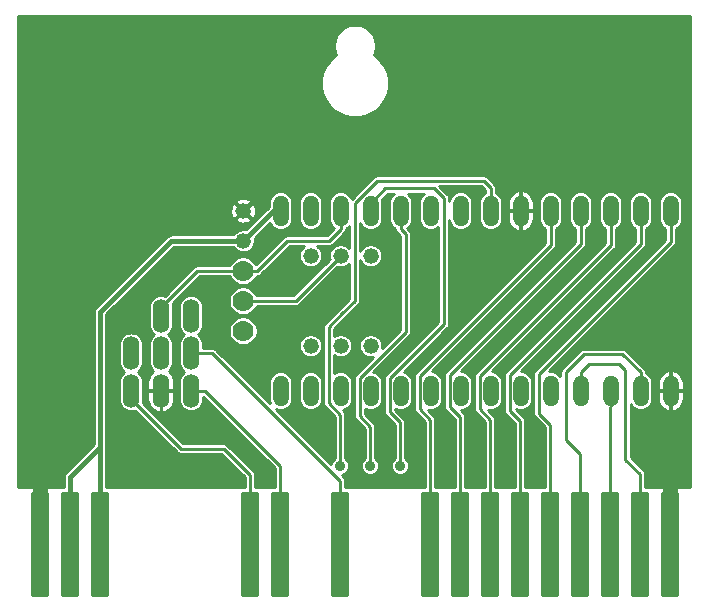
<source format=gbr>
G04 #@! TF.GenerationSoftware,KiCad,Pcbnew,5.0.2-bee76a0~70~ubuntu18.04.1*
G04 #@! TF.CreationDate,2021-04-24T13:54:54-04:00*
G04 #@! TF.ProjectId,SimpleC64Cart,53696d70-6c65-4433-9634-436172742e6b,rev?*
G04 #@! TF.SameCoordinates,Original*
G04 #@! TF.FileFunction,Copper,L1,Top*
G04 #@! TF.FilePolarity,Positive*
%FSLAX46Y46*%
G04 Gerber Fmt 4.6, Leading zero omitted, Abs format (unit mm)*
G04 Created by KiCad (PCBNEW 5.0.2-bee76a0~70~ubuntu18.04.1) date Sat 24 Apr 2021 01:54:54 PM EDT*
%MOMM*%
%LPD*%
G01*
G04 APERTURE LIST*
G04 #@! TA.AperFunction,Conductor*
%ADD10C,0.100000*%
G04 #@! TD*
G04 #@! TA.AperFunction,ConnectorPad*
%ADD11C,1.500000*%
G04 #@! TD*
G04 #@! TA.AperFunction,ComponentPad*
%ADD12O,1.320800X2.641600*%
G04 #@! TD*
G04 #@! TA.AperFunction,ComponentPad*
%ADD13O,1.422400X2.844800*%
G04 #@! TD*
G04 #@! TA.AperFunction,ComponentPad*
%ADD14C,1.320800*%
G04 #@! TD*
G04 #@! TA.AperFunction,ViaPad*
%ADD15C,0.914400*%
G04 #@! TD*
G04 #@! TA.AperFunction,ViaPad*
%ADD16C,0.904800*%
G04 #@! TD*
G04 #@! TA.AperFunction,ViaPad*
%ADD17C,1.778000*%
G04 #@! TD*
G04 #@! TA.AperFunction,Conductor*
%ADD18C,1.270000*%
G04 #@! TD*
G04 #@! TA.AperFunction,Conductor*
%ADD19C,0.254000*%
G04 #@! TD*
G04 #@! TA.AperFunction,Conductor*
%ADD20C,0.406400*%
G04 #@! TD*
G04 APERTURE END LIST*
D10*
G04 #@! TO.N,GND*
G04 #@! TO.C,X1*
G36*
X175718154Y-120231983D02*
X175739995Y-120235223D01*
X175761414Y-120240588D01*
X175782204Y-120248027D01*
X175802164Y-120257468D01*
X175821103Y-120268819D01*
X175838838Y-120281973D01*
X175855199Y-120296801D01*
X175870027Y-120313162D01*
X175883181Y-120330897D01*
X175894532Y-120349836D01*
X175903973Y-120369796D01*
X175911412Y-120390586D01*
X175916777Y-120412005D01*
X175920017Y-120433846D01*
X175921100Y-120455900D01*
X175921100Y-128895900D01*
X175920017Y-128917954D01*
X175916777Y-128939795D01*
X175911412Y-128961214D01*
X175903973Y-128982004D01*
X175894532Y-129001964D01*
X175883181Y-129020903D01*
X175870027Y-129038638D01*
X175855199Y-129054999D01*
X175838838Y-129069827D01*
X175821103Y-129082981D01*
X175802164Y-129094332D01*
X175782204Y-129103773D01*
X175761414Y-129111212D01*
X175739995Y-129116577D01*
X175718154Y-129119817D01*
X175696100Y-129120900D01*
X174646100Y-129120900D01*
X174624046Y-129119817D01*
X174602205Y-129116577D01*
X174580786Y-129111212D01*
X174559996Y-129103773D01*
X174540036Y-129094332D01*
X174521097Y-129082981D01*
X174503362Y-129069827D01*
X174487001Y-129054999D01*
X174472173Y-129038638D01*
X174459019Y-129020903D01*
X174447668Y-129001964D01*
X174438227Y-128982004D01*
X174430788Y-128961214D01*
X174425423Y-128939795D01*
X174422183Y-128917954D01*
X174421100Y-128895900D01*
X174421100Y-120455900D01*
X174422183Y-120433846D01*
X174425423Y-120412005D01*
X174430788Y-120390586D01*
X174438227Y-120369796D01*
X174447668Y-120349836D01*
X174459019Y-120330897D01*
X174472173Y-120313162D01*
X174487001Y-120296801D01*
X174503362Y-120281973D01*
X174521097Y-120268819D01*
X174540036Y-120257468D01*
X174559996Y-120248027D01*
X174580786Y-120240588D01*
X174602205Y-120235223D01*
X174624046Y-120231983D01*
X174646100Y-120230900D01*
X175696100Y-120230900D01*
X175718154Y-120231983D01*
X175718154Y-120231983D01*
G37*
D11*
G04 #@! TD*
G04 #@! TO.P,X1,22*
G04 #@! TO.N,GND*
X175171100Y-124675900D03*
D10*
G04 #@! TO.N,D0*
G04 #@! TO.C,X1*
G36*
X173178154Y-120231983D02*
X173199995Y-120235223D01*
X173221414Y-120240588D01*
X173242204Y-120248027D01*
X173262164Y-120257468D01*
X173281103Y-120268819D01*
X173298838Y-120281973D01*
X173315199Y-120296801D01*
X173330027Y-120313162D01*
X173343181Y-120330897D01*
X173354532Y-120349836D01*
X173363973Y-120369796D01*
X173371412Y-120390586D01*
X173376777Y-120412005D01*
X173380017Y-120433846D01*
X173381100Y-120455900D01*
X173381100Y-128895900D01*
X173380017Y-128917954D01*
X173376777Y-128939795D01*
X173371412Y-128961214D01*
X173363973Y-128982004D01*
X173354532Y-129001964D01*
X173343181Y-129020903D01*
X173330027Y-129038638D01*
X173315199Y-129054999D01*
X173298838Y-129069827D01*
X173281103Y-129082981D01*
X173262164Y-129094332D01*
X173242204Y-129103773D01*
X173221414Y-129111212D01*
X173199995Y-129116577D01*
X173178154Y-129119817D01*
X173156100Y-129120900D01*
X172106100Y-129120900D01*
X172084046Y-129119817D01*
X172062205Y-129116577D01*
X172040786Y-129111212D01*
X172019996Y-129103773D01*
X172000036Y-129094332D01*
X171981097Y-129082981D01*
X171963362Y-129069827D01*
X171947001Y-129054999D01*
X171932173Y-129038638D01*
X171919019Y-129020903D01*
X171907668Y-129001964D01*
X171898227Y-128982004D01*
X171890788Y-128961214D01*
X171885423Y-128939795D01*
X171882183Y-128917954D01*
X171881100Y-128895900D01*
X171881100Y-120455900D01*
X171882183Y-120433846D01*
X171885423Y-120412005D01*
X171890788Y-120390586D01*
X171898227Y-120369796D01*
X171907668Y-120349836D01*
X171919019Y-120330897D01*
X171932173Y-120313162D01*
X171947001Y-120296801D01*
X171963362Y-120281973D01*
X171981097Y-120268819D01*
X172000036Y-120257468D01*
X172019996Y-120248027D01*
X172040786Y-120240588D01*
X172062205Y-120235223D01*
X172084046Y-120231983D01*
X172106100Y-120230900D01*
X173156100Y-120230900D01*
X173178154Y-120231983D01*
X173178154Y-120231983D01*
G37*
D11*
G04 #@! TD*
G04 #@! TO.P,X1,21*
G04 #@! TO.N,D0*
X172631100Y-124675900D03*
D10*
G04 #@! TO.N,D1*
G04 #@! TO.C,X1*
G36*
X170638154Y-120231983D02*
X170659995Y-120235223D01*
X170681414Y-120240588D01*
X170702204Y-120248027D01*
X170722164Y-120257468D01*
X170741103Y-120268819D01*
X170758838Y-120281973D01*
X170775199Y-120296801D01*
X170790027Y-120313162D01*
X170803181Y-120330897D01*
X170814532Y-120349836D01*
X170823973Y-120369796D01*
X170831412Y-120390586D01*
X170836777Y-120412005D01*
X170840017Y-120433846D01*
X170841100Y-120455900D01*
X170841100Y-128895900D01*
X170840017Y-128917954D01*
X170836777Y-128939795D01*
X170831412Y-128961214D01*
X170823973Y-128982004D01*
X170814532Y-129001964D01*
X170803181Y-129020903D01*
X170790027Y-129038638D01*
X170775199Y-129054999D01*
X170758838Y-129069827D01*
X170741103Y-129082981D01*
X170722164Y-129094332D01*
X170702204Y-129103773D01*
X170681414Y-129111212D01*
X170659995Y-129116577D01*
X170638154Y-129119817D01*
X170616100Y-129120900D01*
X169566100Y-129120900D01*
X169544046Y-129119817D01*
X169522205Y-129116577D01*
X169500786Y-129111212D01*
X169479996Y-129103773D01*
X169460036Y-129094332D01*
X169441097Y-129082981D01*
X169423362Y-129069827D01*
X169407001Y-129054999D01*
X169392173Y-129038638D01*
X169379019Y-129020903D01*
X169367668Y-129001964D01*
X169358227Y-128982004D01*
X169350788Y-128961214D01*
X169345423Y-128939795D01*
X169342183Y-128917954D01*
X169341100Y-128895900D01*
X169341100Y-120455900D01*
X169342183Y-120433846D01*
X169345423Y-120412005D01*
X169350788Y-120390586D01*
X169358227Y-120369796D01*
X169367668Y-120349836D01*
X169379019Y-120330897D01*
X169392173Y-120313162D01*
X169407001Y-120296801D01*
X169423362Y-120281973D01*
X169441097Y-120268819D01*
X169460036Y-120257468D01*
X169479996Y-120248027D01*
X169500786Y-120240588D01*
X169522205Y-120235223D01*
X169544046Y-120231983D01*
X169566100Y-120230900D01*
X170616100Y-120230900D01*
X170638154Y-120231983D01*
X170638154Y-120231983D01*
G37*
D11*
G04 #@! TD*
G04 #@! TO.P,X1,20*
G04 #@! TO.N,D1*
X170091100Y-124675900D03*
D10*
G04 #@! TO.N,D2*
G04 #@! TO.C,X1*
G36*
X168098154Y-120231983D02*
X168119995Y-120235223D01*
X168141414Y-120240588D01*
X168162204Y-120248027D01*
X168182164Y-120257468D01*
X168201103Y-120268819D01*
X168218838Y-120281973D01*
X168235199Y-120296801D01*
X168250027Y-120313162D01*
X168263181Y-120330897D01*
X168274532Y-120349836D01*
X168283973Y-120369796D01*
X168291412Y-120390586D01*
X168296777Y-120412005D01*
X168300017Y-120433846D01*
X168301100Y-120455900D01*
X168301100Y-128895900D01*
X168300017Y-128917954D01*
X168296777Y-128939795D01*
X168291412Y-128961214D01*
X168283973Y-128982004D01*
X168274532Y-129001964D01*
X168263181Y-129020903D01*
X168250027Y-129038638D01*
X168235199Y-129054999D01*
X168218838Y-129069827D01*
X168201103Y-129082981D01*
X168182164Y-129094332D01*
X168162204Y-129103773D01*
X168141414Y-129111212D01*
X168119995Y-129116577D01*
X168098154Y-129119817D01*
X168076100Y-129120900D01*
X167026100Y-129120900D01*
X167004046Y-129119817D01*
X166982205Y-129116577D01*
X166960786Y-129111212D01*
X166939996Y-129103773D01*
X166920036Y-129094332D01*
X166901097Y-129082981D01*
X166883362Y-129069827D01*
X166867001Y-129054999D01*
X166852173Y-129038638D01*
X166839019Y-129020903D01*
X166827668Y-129001964D01*
X166818227Y-128982004D01*
X166810788Y-128961214D01*
X166805423Y-128939795D01*
X166802183Y-128917954D01*
X166801100Y-128895900D01*
X166801100Y-120455900D01*
X166802183Y-120433846D01*
X166805423Y-120412005D01*
X166810788Y-120390586D01*
X166818227Y-120369796D01*
X166827668Y-120349836D01*
X166839019Y-120330897D01*
X166852173Y-120313162D01*
X166867001Y-120296801D01*
X166883362Y-120281973D01*
X166901097Y-120268819D01*
X166920036Y-120257468D01*
X166939996Y-120248027D01*
X166960786Y-120240588D01*
X166982205Y-120235223D01*
X167004046Y-120231983D01*
X167026100Y-120230900D01*
X168076100Y-120230900D01*
X168098154Y-120231983D01*
X168098154Y-120231983D01*
G37*
D11*
G04 #@! TD*
G04 #@! TO.P,X1,19*
G04 #@! TO.N,D2*
X167551100Y-124675900D03*
D10*
G04 #@! TO.N,D3*
G04 #@! TO.C,X1*
G36*
X165558154Y-120231983D02*
X165579995Y-120235223D01*
X165601414Y-120240588D01*
X165622204Y-120248027D01*
X165642164Y-120257468D01*
X165661103Y-120268819D01*
X165678838Y-120281973D01*
X165695199Y-120296801D01*
X165710027Y-120313162D01*
X165723181Y-120330897D01*
X165734532Y-120349836D01*
X165743973Y-120369796D01*
X165751412Y-120390586D01*
X165756777Y-120412005D01*
X165760017Y-120433846D01*
X165761100Y-120455900D01*
X165761100Y-128895900D01*
X165760017Y-128917954D01*
X165756777Y-128939795D01*
X165751412Y-128961214D01*
X165743973Y-128982004D01*
X165734532Y-129001964D01*
X165723181Y-129020903D01*
X165710027Y-129038638D01*
X165695199Y-129054999D01*
X165678838Y-129069827D01*
X165661103Y-129082981D01*
X165642164Y-129094332D01*
X165622204Y-129103773D01*
X165601414Y-129111212D01*
X165579995Y-129116577D01*
X165558154Y-129119817D01*
X165536100Y-129120900D01*
X164486100Y-129120900D01*
X164464046Y-129119817D01*
X164442205Y-129116577D01*
X164420786Y-129111212D01*
X164399996Y-129103773D01*
X164380036Y-129094332D01*
X164361097Y-129082981D01*
X164343362Y-129069827D01*
X164327001Y-129054999D01*
X164312173Y-129038638D01*
X164299019Y-129020903D01*
X164287668Y-129001964D01*
X164278227Y-128982004D01*
X164270788Y-128961214D01*
X164265423Y-128939795D01*
X164262183Y-128917954D01*
X164261100Y-128895900D01*
X164261100Y-120455900D01*
X164262183Y-120433846D01*
X164265423Y-120412005D01*
X164270788Y-120390586D01*
X164278227Y-120369796D01*
X164287668Y-120349836D01*
X164299019Y-120330897D01*
X164312173Y-120313162D01*
X164327001Y-120296801D01*
X164343362Y-120281973D01*
X164361097Y-120268819D01*
X164380036Y-120257468D01*
X164399996Y-120248027D01*
X164420786Y-120240588D01*
X164442205Y-120235223D01*
X164464046Y-120231983D01*
X164486100Y-120230900D01*
X165536100Y-120230900D01*
X165558154Y-120231983D01*
X165558154Y-120231983D01*
G37*
D11*
G04 #@! TD*
G04 #@! TO.P,X1,18*
G04 #@! TO.N,D3*
X165011100Y-124675900D03*
D10*
G04 #@! TO.N,D4*
G04 #@! TO.C,X1*
G36*
X163018154Y-120231983D02*
X163039995Y-120235223D01*
X163061414Y-120240588D01*
X163082204Y-120248027D01*
X163102164Y-120257468D01*
X163121103Y-120268819D01*
X163138838Y-120281973D01*
X163155199Y-120296801D01*
X163170027Y-120313162D01*
X163183181Y-120330897D01*
X163194532Y-120349836D01*
X163203973Y-120369796D01*
X163211412Y-120390586D01*
X163216777Y-120412005D01*
X163220017Y-120433846D01*
X163221100Y-120455900D01*
X163221100Y-128895900D01*
X163220017Y-128917954D01*
X163216777Y-128939795D01*
X163211412Y-128961214D01*
X163203973Y-128982004D01*
X163194532Y-129001964D01*
X163183181Y-129020903D01*
X163170027Y-129038638D01*
X163155199Y-129054999D01*
X163138838Y-129069827D01*
X163121103Y-129082981D01*
X163102164Y-129094332D01*
X163082204Y-129103773D01*
X163061414Y-129111212D01*
X163039995Y-129116577D01*
X163018154Y-129119817D01*
X162996100Y-129120900D01*
X161946100Y-129120900D01*
X161924046Y-129119817D01*
X161902205Y-129116577D01*
X161880786Y-129111212D01*
X161859996Y-129103773D01*
X161840036Y-129094332D01*
X161821097Y-129082981D01*
X161803362Y-129069827D01*
X161787001Y-129054999D01*
X161772173Y-129038638D01*
X161759019Y-129020903D01*
X161747668Y-129001964D01*
X161738227Y-128982004D01*
X161730788Y-128961214D01*
X161725423Y-128939795D01*
X161722183Y-128917954D01*
X161721100Y-128895900D01*
X161721100Y-120455900D01*
X161722183Y-120433846D01*
X161725423Y-120412005D01*
X161730788Y-120390586D01*
X161738227Y-120369796D01*
X161747668Y-120349836D01*
X161759019Y-120330897D01*
X161772173Y-120313162D01*
X161787001Y-120296801D01*
X161803362Y-120281973D01*
X161821097Y-120268819D01*
X161840036Y-120257468D01*
X161859996Y-120248027D01*
X161880786Y-120240588D01*
X161902205Y-120235223D01*
X161924046Y-120231983D01*
X161946100Y-120230900D01*
X162996100Y-120230900D01*
X163018154Y-120231983D01*
X163018154Y-120231983D01*
G37*
D11*
G04 #@! TD*
G04 #@! TO.P,X1,17*
G04 #@! TO.N,D4*
X162471100Y-124675900D03*
D10*
G04 #@! TO.N,D5*
G04 #@! TO.C,X1*
G36*
X160478154Y-120231983D02*
X160499995Y-120235223D01*
X160521414Y-120240588D01*
X160542204Y-120248027D01*
X160562164Y-120257468D01*
X160581103Y-120268819D01*
X160598838Y-120281973D01*
X160615199Y-120296801D01*
X160630027Y-120313162D01*
X160643181Y-120330897D01*
X160654532Y-120349836D01*
X160663973Y-120369796D01*
X160671412Y-120390586D01*
X160676777Y-120412005D01*
X160680017Y-120433846D01*
X160681100Y-120455900D01*
X160681100Y-128895900D01*
X160680017Y-128917954D01*
X160676777Y-128939795D01*
X160671412Y-128961214D01*
X160663973Y-128982004D01*
X160654532Y-129001964D01*
X160643181Y-129020903D01*
X160630027Y-129038638D01*
X160615199Y-129054999D01*
X160598838Y-129069827D01*
X160581103Y-129082981D01*
X160562164Y-129094332D01*
X160542204Y-129103773D01*
X160521414Y-129111212D01*
X160499995Y-129116577D01*
X160478154Y-129119817D01*
X160456100Y-129120900D01*
X159406100Y-129120900D01*
X159384046Y-129119817D01*
X159362205Y-129116577D01*
X159340786Y-129111212D01*
X159319996Y-129103773D01*
X159300036Y-129094332D01*
X159281097Y-129082981D01*
X159263362Y-129069827D01*
X159247001Y-129054999D01*
X159232173Y-129038638D01*
X159219019Y-129020903D01*
X159207668Y-129001964D01*
X159198227Y-128982004D01*
X159190788Y-128961214D01*
X159185423Y-128939795D01*
X159182183Y-128917954D01*
X159181100Y-128895900D01*
X159181100Y-120455900D01*
X159182183Y-120433846D01*
X159185423Y-120412005D01*
X159190788Y-120390586D01*
X159198227Y-120369796D01*
X159207668Y-120349836D01*
X159219019Y-120330897D01*
X159232173Y-120313162D01*
X159247001Y-120296801D01*
X159263362Y-120281973D01*
X159281097Y-120268819D01*
X159300036Y-120257468D01*
X159319996Y-120248027D01*
X159340786Y-120240588D01*
X159362205Y-120235223D01*
X159384046Y-120231983D01*
X159406100Y-120230900D01*
X160456100Y-120230900D01*
X160478154Y-120231983D01*
X160478154Y-120231983D01*
G37*
D11*
G04 #@! TD*
G04 #@! TO.P,X1,16*
G04 #@! TO.N,D5*
X159931100Y-124675900D03*
D10*
G04 #@! TO.N,D6*
G04 #@! TO.C,X1*
G36*
X157938154Y-120231983D02*
X157959995Y-120235223D01*
X157981414Y-120240588D01*
X158002204Y-120248027D01*
X158022164Y-120257468D01*
X158041103Y-120268819D01*
X158058838Y-120281973D01*
X158075199Y-120296801D01*
X158090027Y-120313162D01*
X158103181Y-120330897D01*
X158114532Y-120349836D01*
X158123973Y-120369796D01*
X158131412Y-120390586D01*
X158136777Y-120412005D01*
X158140017Y-120433846D01*
X158141100Y-120455900D01*
X158141100Y-128895900D01*
X158140017Y-128917954D01*
X158136777Y-128939795D01*
X158131412Y-128961214D01*
X158123973Y-128982004D01*
X158114532Y-129001964D01*
X158103181Y-129020903D01*
X158090027Y-129038638D01*
X158075199Y-129054999D01*
X158058838Y-129069827D01*
X158041103Y-129082981D01*
X158022164Y-129094332D01*
X158002204Y-129103773D01*
X157981414Y-129111212D01*
X157959995Y-129116577D01*
X157938154Y-129119817D01*
X157916100Y-129120900D01*
X156866100Y-129120900D01*
X156844046Y-129119817D01*
X156822205Y-129116577D01*
X156800786Y-129111212D01*
X156779996Y-129103773D01*
X156760036Y-129094332D01*
X156741097Y-129082981D01*
X156723362Y-129069827D01*
X156707001Y-129054999D01*
X156692173Y-129038638D01*
X156679019Y-129020903D01*
X156667668Y-129001964D01*
X156658227Y-128982004D01*
X156650788Y-128961214D01*
X156645423Y-128939795D01*
X156642183Y-128917954D01*
X156641100Y-128895900D01*
X156641100Y-120455900D01*
X156642183Y-120433846D01*
X156645423Y-120412005D01*
X156650788Y-120390586D01*
X156658227Y-120369796D01*
X156667668Y-120349836D01*
X156679019Y-120330897D01*
X156692173Y-120313162D01*
X156707001Y-120296801D01*
X156723362Y-120281973D01*
X156741097Y-120268819D01*
X156760036Y-120257468D01*
X156779996Y-120248027D01*
X156800786Y-120240588D01*
X156822205Y-120235223D01*
X156844046Y-120231983D01*
X156866100Y-120230900D01*
X157916100Y-120230900D01*
X157938154Y-120231983D01*
X157938154Y-120231983D01*
G37*
D11*
G04 #@! TD*
G04 #@! TO.P,X1,15*
G04 #@! TO.N,D6*
X157391100Y-124675900D03*
D10*
G04 #@! TO.N,D7*
G04 #@! TO.C,X1*
G36*
X155398154Y-120231983D02*
X155419995Y-120235223D01*
X155441414Y-120240588D01*
X155462204Y-120248027D01*
X155482164Y-120257468D01*
X155501103Y-120268819D01*
X155518838Y-120281973D01*
X155535199Y-120296801D01*
X155550027Y-120313162D01*
X155563181Y-120330897D01*
X155574532Y-120349836D01*
X155583973Y-120369796D01*
X155591412Y-120390586D01*
X155596777Y-120412005D01*
X155600017Y-120433846D01*
X155601100Y-120455900D01*
X155601100Y-128895900D01*
X155600017Y-128917954D01*
X155596777Y-128939795D01*
X155591412Y-128961214D01*
X155583973Y-128982004D01*
X155574532Y-129001964D01*
X155563181Y-129020903D01*
X155550027Y-129038638D01*
X155535199Y-129054999D01*
X155518838Y-129069827D01*
X155501103Y-129082981D01*
X155482164Y-129094332D01*
X155462204Y-129103773D01*
X155441414Y-129111212D01*
X155419995Y-129116577D01*
X155398154Y-129119817D01*
X155376100Y-129120900D01*
X154326100Y-129120900D01*
X154304046Y-129119817D01*
X154282205Y-129116577D01*
X154260786Y-129111212D01*
X154239996Y-129103773D01*
X154220036Y-129094332D01*
X154201097Y-129082981D01*
X154183362Y-129069827D01*
X154167001Y-129054999D01*
X154152173Y-129038638D01*
X154139019Y-129020903D01*
X154127668Y-129001964D01*
X154118227Y-128982004D01*
X154110788Y-128961214D01*
X154105423Y-128939795D01*
X154102183Y-128917954D01*
X154101100Y-128895900D01*
X154101100Y-120455900D01*
X154102183Y-120433846D01*
X154105423Y-120412005D01*
X154110788Y-120390586D01*
X154118227Y-120369796D01*
X154127668Y-120349836D01*
X154139019Y-120330897D01*
X154152173Y-120313162D01*
X154167001Y-120296801D01*
X154183362Y-120281973D01*
X154201097Y-120268819D01*
X154220036Y-120257468D01*
X154239996Y-120248027D01*
X154260786Y-120240588D01*
X154282205Y-120235223D01*
X154304046Y-120231983D01*
X154326100Y-120230900D01*
X155376100Y-120230900D01*
X155398154Y-120231983D01*
X155398154Y-120231983D01*
G37*
D11*
G04 #@! TD*
G04 #@! TO.P,X1,14*
G04 #@! TO.N,D7*
X154851100Y-124675900D03*
D10*
G04 #@! TO.N,GND*
G04 #@! TO.C,X1*
G36*
X122378154Y-120231983D02*
X122399995Y-120235223D01*
X122421414Y-120240588D01*
X122442204Y-120248027D01*
X122462164Y-120257468D01*
X122481103Y-120268819D01*
X122498838Y-120281973D01*
X122515199Y-120296801D01*
X122530027Y-120313162D01*
X122543181Y-120330897D01*
X122554532Y-120349836D01*
X122563973Y-120369796D01*
X122571412Y-120390586D01*
X122576777Y-120412005D01*
X122580017Y-120433846D01*
X122581100Y-120455900D01*
X122581100Y-128895900D01*
X122580017Y-128917954D01*
X122576777Y-128939795D01*
X122571412Y-128961214D01*
X122563973Y-128982004D01*
X122554532Y-129001964D01*
X122543181Y-129020903D01*
X122530027Y-129038638D01*
X122515199Y-129054999D01*
X122498838Y-129069827D01*
X122481103Y-129082981D01*
X122462164Y-129094332D01*
X122442204Y-129103773D01*
X122421414Y-129111212D01*
X122399995Y-129116577D01*
X122378154Y-129119817D01*
X122356100Y-129120900D01*
X121306100Y-129120900D01*
X121284046Y-129119817D01*
X121262205Y-129116577D01*
X121240786Y-129111212D01*
X121219996Y-129103773D01*
X121200036Y-129094332D01*
X121181097Y-129082981D01*
X121163362Y-129069827D01*
X121147001Y-129054999D01*
X121132173Y-129038638D01*
X121119019Y-129020903D01*
X121107668Y-129001964D01*
X121098227Y-128982004D01*
X121090788Y-128961214D01*
X121085423Y-128939795D01*
X121082183Y-128917954D01*
X121081100Y-128895900D01*
X121081100Y-120455900D01*
X121082183Y-120433846D01*
X121085423Y-120412005D01*
X121090788Y-120390586D01*
X121098227Y-120369796D01*
X121107668Y-120349836D01*
X121119019Y-120330897D01*
X121132173Y-120313162D01*
X121147001Y-120296801D01*
X121163362Y-120281973D01*
X121181097Y-120268819D01*
X121200036Y-120257468D01*
X121219996Y-120248027D01*
X121240786Y-120240588D01*
X121262205Y-120235223D01*
X121284046Y-120231983D01*
X121306100Y-120230900D01*
X122356100Y-120230900D01*
X122378154Y-120231983D01*
X122378154Y-120231983D01*
G37*
D11*
G04 #@! TD*
G04 #@! TO.P,X1,1*
G04 #@! TO.N,GND*
X121831100Y-124675900D03*
D10*
G04 #@! TO.N,VCC*
G04 #@! TO.C,X1*
G36*
X124918154Y-120231983D02*
X124939995Y-120235223D01*
X124961414Y-120240588D01*
X124982204Y-120248027D01*
X125002164Y-120257468D01*
X125021103Y-120268819D01*
X125038838Y-120281973D01*
X125055199Y-120296801D01*
X125070027Y-120313162D01*
X125083181Y-120330897D01*
X125094532Y-120349836D01*
X125103973Y-120369796D01*
X125111412Y-120390586D01*
X125116777Y-120412005D01*
X125120017Y-120433846D01*
X125121100Y-120455900D01*
X125121100Y-128895900D01*
X125120017Y-128917954D01*
X125116777Y-128939795D01*
X125111412Y-128961214D01*
X125103973Y-128982004D01*
X125094532Y-129001964D01*
X125083181Y-129020903D01*
X125070027Y-129038638D01*
X125055199Y-129054999D01*
X125038838Y-129069827D01*
X125021103Y-129082981D01*
X125002164Y-129094332D01*
X124982204Y-129103773D01*
X124961414Y-129111212D01*
X124939995Y-129116577D01*
X124918154Y-129119817D01*
X124896100Y-129120900D01*
X123846100Y-129120900D01*
X123824046Y-129119817D01*
X123802205Y-129116577D01*
X123780786Y-129111212D01*
X123759996Y-129103773D01*
X123740036Y-129094332D01*
X123721097Y-129082981D01*
X123703362Y-129069827D01*
X123687001Y-129054999D01*
X123672173Y-129038638D01*
X123659019Y-129020903D01*
X123647668Y-129001964D01*
X123638227Y-128982004D01*
X123630788Y-128961214D01*
X123625423Y-128939795D01*
X123622183Y-128917954D01*
X123621100Y-128895900D01*
X123621100Y-120455900D01*
X123622183Y-120433846D01*
X123625423Y-120412005D01*
X123630788Y-120390586D01*
X123638227Y-120369796D01*
X123647668Y-120349836D01*
X123659019Y-120330897D01*
X123672173Y-120313162D01*
X123687001Y-120296801D01*
X123703362Y-120281973D01*
X123721097Y-120268819D01*
X123740036Y-120257468D01*
X123759996Y-120248027D01*
X123780786Y-120240588D01*
X123802205Y-120235223D01*
X123824046Y-120231983D01*
X123846100Y-120230900D01*
X124896100Y-120230900D01*
X124918154Y-120231983D01*
X124918154Y-120231983D01*
G37*
D11*
G04 #@! TD*
G04 #@! TO.P,X1,2*
G04 #@! TO.N,VCC*
X124371100Y-124675900D03*
D10*
G04 #@! TO.N,VCC*
G04 #@! TO.C,X1*
G36*
X127458154Y-120231983D02*
X127479995Y-120235223D01*
X127501414Y-120240588D01*
X127522204Y-120248027D01*
X127542164Y-120257468D01*
X127561103Y-120268819D01*
X127578838Y-120281973D01*
X127595199Y-120296801D01*
X127610027Y-120313162D01*
X127623181Y-120330897D01*
X127634532Y-120349836D01*
X127643973Y-120369796D01*
X127651412Y-120390586D01*
X127656777Y-120412005D01*
X127660017Y-120433846D01*
X127661100Y-120455900D01*
X127661100Y-128895900D01*
X127660017Y-128917954D01*
X127656777Y-128939795D01*
X127651412Y-128961214D01*
X127643973Y-128982004D01*
X127634532Y-129001964D01*
X127623181Y-129020903D01*
X127610027Y-129038638D01*
X127595199Y-129054999D01*
X127578838Y-129069827D01*
X127561103Y-129082981D01*
X127542164Y-129094332D01*
X127522204Y-129103773D01*
X127501414Y-129111212D01*
X127479995Y-129116577D01*
X127458154Y-129119817D01*
X127436100Y-129120900D01*
X126386100Y-129120900D01*
X126364046Y-129119817D01*
X126342205Y-129116577D01*
X126320786Y-129111212D01*
X126299996Y-129103773D01*
X126280036Y-129094332D01*
X126261097Y-129082981D01*
X126243362Y-129069827D01*
X126227001Y-129054999D01*
X126212173Y-129038638D01*
X126199019Y-129020903D01*
X126187668Y-129001964D01*
X126178227Y-128982004D01*
X126170788Y-128961214D01*
X126165423Y-128939795D01*
X126162183Y-128917954D01*
X126161100Y-128895900D01*
X126161100Y-120455900D01*
X126162183Y-120433846D01*
X126165423Y-120412005D01*
X126170788Y-120390586D01*
X126178227Y-120369796D01*
X126187668Y-120349836D01*
X126199019Y-120330897D01*
X126212173Y-120313162D01*
X126227001Y-120296801D01*
X126243362Y-120281973D01*
X126261097Y-120268819D01*
X126280036Y-120257468D01*
X126299996Y-120248027D01*
X126320786Y-120240588D01*
X126342205Y-120235223D01*
X126364046Y-120231983D01*
X126386100Y-120230900D01*
X127436100Y-120230900D01*
X127458154Y-120231983D01*
X127458154Y-120231983D01*
G37*
D11*
G04 #@! TD*
G04 #@! TO.P,X1,3*
G04 #@! TO.N,VCC*
X126911100Y-124675900D03*
D10*
G04 #@! TO.N,~GAME*
G04 #@! TO.C,X1*
G36*
X140158154Y-120231983D02*
X140179995Y-120235223D01*
X140201414Y-120240588D01*
X140222204Y-120248027D01*
X140242164Y-120257468D01*
X140261103Y-120268819D01*
X140278838Y-120281973D01*
X140295199Y-120296801D01*
X140310027Y-120313162D01*
X140323181Y-120330897D01*
X140334532Y-120349836D01*
X140343973Y-120369796D01*
X140351412Y-120390586D01*
X140356777Y-120412005D01*
X140360017Y-120433846D01*
X140361100Y-120455900D01*
X140361100Y-128895900D01*
X140360017Y-128917954D01*
X140356777Y-128939795D01*
X140351412Y-128961214D01*
X140343973Y-128982004D01*
X140334532Y-129001964D01*
X140323181Y-129020903D01*
X140310027Y-129038638D01*
X140295199Y-129054999D01*
X140278838Y-129069827D01*
X140261103Y-129082981D01*
X140242164Y-129094332D01*
X140222204Y-129103773D01*
X140201414Y-129111212D01*
X140179995Y-129116577D01*
X140158154Y-129119817D01*
X140136100Y-129120900D01*
X139086100Y-129120900D01*
X139064046Y-129119817D01*
X139042205Y-129116577D01*
X139020786Y-129111212D01*
X138999996Y-129103773D01*
X138980036Y-129094332D01*
X138961097Y-129082981D01*
X138943362Y-129069827D01*
X138927001Y-129054999D01*
X138912173Y-129038638D01*
X138899019Y-129020903D01*
X138887668Y-129001964D01*
X138878227Y-128982004D01*
X138870788Y-128961214D01*
X138865423Y-128939795D01*
X138862183Y-128917954D01*
X138861100Y-128895900D01*
X138861100Y-120455900D01*
X138862183Y-120433846D01*
X138865423Y-120412005D01*
X138870788Y-120390586D01*
X138878227Y-120369796D01*
X138887668Y-120349836D01*
X138899019Y-120330897D01*
X138912173Y-120313162D01*
X138927001Y-120296801D01*
X138943362Y-120281973D01*
X138961097Y-120268819D01*
X138980036Y-120257468D01*
X138999996Y-120248027D01*
X139020786Y-120240588D01*
X139042205Y-120235223D01*
X139064046Y-120231983D01*
X139086100Y-120230900D01*
X140136100Y-120230900D01*
X140158154Y-120231983D01*
X140158154Y-120231983D01*
G37*
D11*
G04 #@! TD*
G04 #@! TO.P,X1,8*
G04 #@! TO.N,~GAME*
X139611100Y-124675900D03*
D10*
G04 #@! TO.N,~EXROM*
G04 #@! TO.C,X1*
G36*
X142698154Y-120231983D02*
X142719995Y-120235223D01*
X142741414Y-120240588D01*
X142762204Y-120248027D01*
X142782164Y-120257468D01*
X142801103Y-120268819D01*
X142818838Y-120281973D01*
X142835199Y-120296801D01*
X142850027Y-120313162D01*
X142863181Y-120330897D01*
X142874532Y-120349836D01*
X142883973Y-120369796D01*
X142891412Y-120390586D01*
X142896777Y-120412005D01*
X142900017Y-120433846D01*
X142901100Y-120455900D01*
X142901100Y-128895900D01*
X142900017Y-128917954D01*
X142896777Y-128939795D01*
X142891412Y-128961214D01*
X142883973Y-128982004D01*
X142874532Y-129001964D01*
X142863181Y-129020903D01*
X142850027Y-129038638D01*
X142835199Y-129054999D01*
X142818838Y-129069827D01*
X142801103Y-129082981D01*
X142782164Y-129094332D01*
X142762204Y-129103773D01*
X142741414Y-129111212D01*
X142719995Y-129116577D01*
X142698154Y-129119817D01*
X142676100Y-129120900D01*
X141626100Y-129120900D01*
X141604046Y-129119817D01*
X141582205Y-129116577D01*
X141560786Y-129111212D01*
X141539996Y-129103773D01*
X141520036Y-129094332D01*
X141501097Y-129082981D01*
X141483362Y-129069827D01*
X141467001Y-129054999D01*
X141452173Y-129038638D01*
X141439019Y-129020903D01*
X141427668Y-129001964D01*
X141418227Y-128982004D01*
X141410788Y-128961214D01*
X141405423Y-128939795D01*
X141402183Y-128917954D01*
X141401100Y-128895900D01*
X141401100Y-120455900D01*
X141402183Y-120433846D01*
X141405423Y-120412005D01*
X141410788Y-120390586D01*
X141418227Y-120369796D01*
X141427668Y-120349836D01*
X141439019Y-120330897D01*
X141452173Y-120313162D01*
X141467001Y-120296801D01*
X141483362Y-120281973D01*
X141501097Y-120268819D01*
X141520036Y-120257468D01*
X141539996Y-120248027D01*
X141560786Y-120240588D01*
X141582205Y-120235223D01*
X141604046Y-120231983D01*
X141626100Y-120230900D01*
X142676100Y-120230900D01*
X142698154Y-120231983D01*
X142698154Y-120231983D01*
G37*
D11*
G04 #@! TD*
G04 #@! TO.P,X1,9*
G04 #@! TO.N,~EXROM*
X142151100Y-124675900D03*
D10*
G04 #@! TO.N,~ROML*
G04 #@! TO.C,X1*
G36*
X147778154Y-120231983D02*
X147799995Y-120235223D01*
X147821414Y-120240588D01*
X147842204Y-120248027D01*
X147862164Y-120257468D01*
X147881103Y-120268819D01*
X147898838Y-120281973D01*
X147915199Y-120296801D01*
X147930027Y-120313162D01*
X147943181Y-120330897D01*
X147954532Y-120349836D01*
X147963973Y-120369796D01*
X147971412Y-120390586D01*
X147976777Y-120412005D01*
X147980017Y-120433846D01*
X147981100Y-120455900D01*
X147981100Y-128895900D01*
X147980017Y-128917954D01*
X147976777Y-128939795D01*
X147971412Y-128961214D01*
X147963973Y-128982004D01*
X147954532Y-129001964D01*
X147943181Y-129020903D01*
X147930027Y-129038638D01*
X147915199Y-129054999D01*
X147898838Y-129069827D01*
X147881103Y-129082981D01*
X147862164Y-129094332D01*
X147842204Y-129103773D01*
X147821414Y-129111212D01*
X147799995Y-129116577D01*
X147778154Y-129119817D01*
X147756100Y-129120900D01*
X146706100Y-129120900D01*
X146684046Y-129119817D01*
X146662205Y-129116577D01*
X146640786Y-129111212D01*
X146619996Y-129103773D01*
X146600036Y-129094332D01*
X146581097Y-129082981D01*
X146563362Y-129069827D01*
X146547001Y-129054999D01*
X146532173Y-129038638D01*
X146519019Y-129020903D01*
X146507668Y-129001964D01*
X146498227Y-128982004D01*
X146490788Y-128961214D01*
X146485423Y-128939795D01*
X146482183Y-128917954D01*
X146481100Y-128895900D01*
X146481100Y-120455900D01*
X146482183Y-120433846D01*
X146485423Y-120412005D01*
X146490788Y-120390586D01*
X146498227Y-120369796D01*
X146507668Y-120349836D01*
X146519019Y-120330897D01*
X146532173Y-120313162D01*
X146547001Y-120296801D01*
X146563362Y-120281973D01*
X146581097Y-120268819D01*
X146600036Y-120257468D01*
X146619996Y-120248027D01*
X146640786Y-120240588D01*
X146662205Y-120235223D01*
X146684046Y-120231983D01*
X146706100Y-120230900D01*
X147756100Y-120230900D01*
X147778154Y-120231983D01*
X147778154Y-120231983D01*
G37*
D11*
G04 #@! TD*
G04 #@! TO.P,X1,11*
G04 #@! TO.N,~ROML*
X147231100Y-124675900D03*
D12*
G04 #@! TO.P,U1,28*
G04 #@! TO.N,VCC*
X142211100Y-96431100D03*
G04 #@! TO.P,U1,27*
G04 #@! TO.N,ADDR14*
X144751100Y-96431100D03*
G04 #@! TO.P,U1,26*
G04 #@! TO.N,ADDR13*
X147291100Y-96431100D03*
G04 #@! TO.P,U1,25*
G04 #@! TO.N,A8*
X149831100Y-96431100D03*
G04 #@! TO.P,U1,24*
G04 #@! TO.N,A9*
X152371100Y-96431100D03*
G04 #@! TO.P,U1,23*
G04 #@! TO.N,A11*
X154911100Y-96431100D03*
G04 #@! TO.P,U1,22*
G04 #@! TO.N,N$1*
X157451100Y-96431100D03*
G04 #@! TO.P,U1,21*
G04 #@! TO.N,A10*
X159991100Y-96431100D03*
G04 #@! TO.P,U1,20*
G04 #@! TO.N,GND*
X162531100Y-96431100D03*
G04 #@! TO.P,U1,19*
G04 #@! TO.N,D7*
X165071100Y-96431100D03*
G04 #@! TO.P,U1,18*
G04 #@! TO.N,D6*
X167611100Y-96431100D03*
G04 #@! TO.P,U1,17*
G04 #@! TO.N,D5*
X170151100Y-96431100D03*
G04 #@! TO.P,U1,16*
G04 #@! TO.N,D4*
X172691100Y-96431100D03*
G04 #@! TO.P,U1,15*
G04 #@! TO.N,D3*
X175231100Y-96431100D03*
G04 #@! TO.P,U1,14*
G04 #@! TO.N,GND*
X175231100Y-111671100D03*
G04 #@! TO.P,U1,13*
G04 #@! TO.N,D2*
X172691100Y-111671100D03*
G04 #@! TO.P,U1,12*
G04 #@! TO.N,D1*
X170151100Y-111671100D03*
G04 #@! TO.P,U1,11*
G04 #@! TO.N,D0*
X167611100Y-111671100D03*
G04 #@! TO.P,U1,10*
G04 #@! TO.N,A0*
X165071100Y-111671100D03*
G04 #@! TO.P,U1,9*
G04 #@! TO.N,A1*
X162531100Y-111671100D03*
G04 #@! TO.P,U1,8*
G04 #@! TO.N,A2*
X159991100Y-111671100D03*
G04 #@! TO.P,U1,7*
G04 #@! TO.N,A3*
X157451100Y-111671100D03*
G04 #@! TO.P,U1,6*
G04 #@! TO.N,A4*
X154911100Y-111671100D03*
G04 #@! TO.P,U1,5*
G04 #@! TO.N,A5*
X152371100Y-111671100D03*
G04 #@! TO.P,U1,4*
G04 #@! TO.N,A6*
X149831100Y-111671100D03*
G04 #@! TO.P,U1,3*
G04 #@! TO.N,A7*
X147291100Y-111671100D03*
G04 #@! TO.P,U1,2*
G04 #@! TO.N,A12*
X144751100Y-111671100D03*
G04 #@! TO.P,U1,1*
G04 #@! TO.N,ADDR15*
X142211100Y-111671100D03*
G04 #@! TD*
D13*
G04 #@! TO.P,JP2,3*
G04 #@! TO.N,~EXROM*
X134611100Y-111661100D03*
G04 #@! TO.P,JP2,2*
G04 #@! TO.N,GND*
X132071100Y-111661100D03*
G04 #@! TO.P,JP2,1*
G04 #@! TO.N,~GAME*
X129531100Y-111661100D03*
G04 #@! TD*
G04 #@! TO.P,JP1,3*
G04 #@! TO.N,~ROML*
X134611100Y-108486100D03*
G04 #@! TO.P,JP1,2*
G04 #@! TO.N,N$1*
X132071100Y-108486100D03*
G04 #@! TO.P,JP1,1*
G04 #@! TO.N,~ROMH*
X129531100Y-108486100D03*
G04 #@! TD*
D14*
G04 #@! TO.P,R1,2*
G04 #@! TO.N,ADDR13*
X149831100Y-100241100D03*
G04 #@! TO.P,R1,1*
G04 #@! TO.N,VCC*
X149831100Y-107861100D03*
G04 #@! TD*
G04 #@! TO.P,R2,2*
G04 #@! TO.N,ADDR14*
X147291100Y-100241100D03*
G04 #@! TO.P,R2,1*
G04 #@! TO.N,VCC*
X147291100Y-107861100D03*
G04 #@! TD*
G04 #@! TO.P,R3,2*
G04 #@! TO.N,ADDR15*
X144751100Y-107861100D03*
G04 #@! TO.P,R3,1*
G04 #@! TO.N,VCC*
X144751100Y-100241100D03*
G04 #@! TD*
G04 #@! TO.P,C1,2*
G04 #@! TO.N,GND*
X139036100Y-96431100D03*
G04 #@! TO.P,C1,1*
G04 #@! TO.N,VCC*
X139036100Y-98971100D03*
G04 #@! TD*
D13*
G04 #@! TO.P,A13,2*
G04 #@! TO.N,A13*
X134611100Y-105311100D03*
G04 #@! TO.P,A13,1*
G04 #@! TO.N,ADDR13*
X132071100Y-105311100D03*
G04 #@! TD*
D15*
G04 #@! TO.N,GND*
X121860000Y-117480000D03*
X175170000Y-117310000D03*
D16*
G04 #@! TO.N,A10*
X147231100Y-118021100D03*
G04 #@! TO.N,A9*
X149771100Y-118021100D03*
G04 #@! TO.N,A8*
X152311100Y-118021100D03*
D17*
G04 #@! TO.N,ADDR13*
X139036100Y-101511100D03*
G04 #@! TO.N,ADDR14*
X139036100Y-104051100D03*
G04 #@! TO.N,ADDR15*
X139036100Y-106591100D03*
G04 #@! TD*
D18*
G04 #@! TO.N,GND*
X175171100Y-119291100D02*
X175171100Y-124675900D01*
X121831100Y-124675900D02*
X121831100Y-117508900D01*
D19*
X131991100Y-112941100D02*
X131991100Y-111671100D01*
D18*
X175170000Y-119290000D02*
X175170000Y-117310000D01*
D20*
G04 #@! TO.N,VCC*
X132928900Y-98971100D02*
X139036100Y-98971100D01*
X126911100Y-104988900D02*
X132928900Y-98971100D01*
X141576100Y-96431100D02*
X142211100Y-96431100D01*
X139036100Y-98971100D02*
X141576100Y-96431100D01*
X126911100Y-115900000D02*
X126911100Y-116418900D01*
X126911100Y-115900000D02*
X126911100Y-104988900D01*
X126911100Y-124675900D02*
X126911100Y-115900000D01*
X124371100Y-118958900D02*
X124371100Y-124675900D01*
X126911100Y-116418900D02*
X124371100Y-118958900D01*
D19*
G04 #@! TO.N,~ROML*
X147231100Y-124675900D02*
X147231100Y-119291100D01*
X136426100Y-108486100D02*
X134611100Y-108486100D01*
X147231100Y-119291100D02*
X136426100Y-108486100D01*
G04 #@! TO.N,D7*
X165071100Y-98005900D02*
X165060000Y-98017000D01*
X165071100Y-96431100D02*
X165071100Y-98005900D01*
X153971290Y-110408710D02*
X165060000Y-99320000D01*
X153971290Y-113250190D02*
X153971290Y-110408710D01*
X154851100Y-114130000D02*
X153971290Y-113250190D01*
X154851100Y-124675900D02*
X154851100Y-114130000D01*
X165060000Y-98017000D02*
X165060000Y-99320000D01*
G04 #@! TO.N,D6*
X167611100Y-98005900D02*
X167602200Y-98014800D01*
X167611100Y-96431100D02*
X167611100Y-98005900D01*
X156511290Y-113020190D02*
X156511290Y-110320910D01*
X157391100Y-113900000D02*
X156511290Y-113020190D01*
X157391100Y-124675900D02*
X157391100Y-113900000D01*
X156511290Y-110320910D02*
X167602200Y-99230000D01*
X167602200Y-98014800D02*
X167602200Y-99230000D01*
G04 #@! TO.N,D5*
X170151100Y-98005900D02*
X170152200Y-98007000D01*
X170151100Y-96431100D02*
X170151100Y-98005900D01*
X159051290Y-110420910D02*
X170152200Y-99320000D01*
X159051290Y-113250190D02*
X159051290Y-110420910D01*
X159931100Y-114130000D02*
X159051290Y-113250190D01*
X159931100Y-124675900D02*
X159931100Y-114130000D01*
X170152200Y-98007000D02*
X170152200Y-99320000D01*
G04 #@! TO.N,D4*
X172691100Y-98005900D02*
X172690000Y-98007000D01*
X172691100Y-96431100D02*
X172691100Y-98005900D01*
X161591290Y-110338710D02*
X172690000Y-99240000D01*
X161591290Y-113350190D02*
X161591290Y-110338710D01*
X162471100Y-114230000D02*
X161591290Y-113350190D01*
X162471100Y-124675900D02*
X162471100Y-114230000D01*
X172690000Y-98007000D02*
X172690000Y-99240000D01*
G04 #@! TO.N,D3*
X164040000Y-110261100D02*
X175231100Y-99070000D01*
X164040000Y-113598900D02*
X164040000Y-110261100D01*
X165011100Y-114570000D02*
X164040000Y-113598900D01*
X165011100Y-124675900D02*
X165011100Y-114570000D01*
X175231100Y-96431100D02*
X175231100Y-99070000D01*
G04 #@! TO.N,D2*
X172691100Y-110096300D02*
X171150000Y-108555200D01*
X172691100Y-111671100D02*
X172691100Y-110096300D01*
X171150000Y-108555200D02*
X167854800Y-108555200D01*
X167854800Y-108555200D02*
X166350000Y-110060000D01*
X166350000Y-110060000D02*
X166350000Y-115830000D01*
X167551100Y-117031100D02*
X167551100Y-124675900D01*
X166350000Y-115830000D02*
X167551100Y-117031100D01*
G04 #@! TO.N,D1*
X170151100Y-112991100D02*
X170151100Y-111671100D01*
X170091100Y-124675900D02*
X170091100Y-113051100D01*
X170091100Y-113051100D02*
X170151100Y-112991100D01*
G04 #@! TO.N,D0*
X167611100Y-110096300D02*
X168307400Y-109400000D01*
X167611100Y-111671100D02*
X167611100Y-110096300D01*
X168307400Y-109400000D02*
X170840000Y-109400000D01*
X170840000Y-109400000D02*
X171380000Y-109940000D01*
X171380000Y-109940000D02*
X171380000Y-117500000D01*
X172631100Y-118751100D02*
X172631100Y-124675900D01*
X171380000Y-117500000D02*
X172631100Y-118751100D01*
G04 #@! TO.N,~EXROM*
X142151100Y-124675900D02*
X142151100Y-118021100D01*
X135791100Y-111661100D02*
X134611100Y-111661100D01*
X142151100Y-118021100D02*
X135791100Y-111661100D01*
G04 #@! TO.N,~GAME*
X139611100Y-124675900D02*
X139611100Y-120561100D01*
X139611100Y-124675900D02*
X139611100Y-118821100D01*
X139611100Y-118821100D02*
X137370000Y-116580000D01*
X129531100Y-112372300D02*
X129531100Y-111661100D01*
X133738800Y-116580000D02*
X129531100Y-112372300D01*
X137370000Y-116580000D02*
X133738800Y-116580000D01*
G04 #@! TO.N,A13*
X134531100Y-105321100D02*
X134531100Y-104051100D01*
G04 #@! TO.N,A10*
X158920000Y-93891100D02*
X159391100Y-93891100D01*
X159991100Y-94491100D02*
X159991100Y-96431100D01*
X159391100Y-93891100D02*
X159991100Y-94491100D01*
X146260000Y-106292200D02*
X147430000Y-105122200D01*
X146260000Y-112728900D02*
X146260000Y-106292200D01*
X147231100Y-113700000D02*
X146260000Y-112728900D01*
X147231100Y-118021100D02*
X147231100Y-113700000D01*
X150381608Y-93891100D02*
X148470000Y-95802708D01*
X150600000Y-93891100D02*
X150381608Y-93891100D01*
X148470000Y-95802708D02*
X148470000Y-104082200D01*
X150406100Y-93891100D02*
X150600000Y-93891100D01*
X150600000Y-93891100D02*
X158920000Y-93891100D01*
X147430000Y-105122200D02*
X148470000Y-104082200D01*
G04 #@! TO.N,A9*
X148891290Y-113830190D02*
X148891290Y-110585660D01*
X149771100Y-118021100D02*
X149771100Y-114710000D01*
X149771100Y-114710000D02*
X148891290Y-113830190D01*
X152786950Y-98421750D02*
X152786950Y-106690000D01*
X152371100Y-96431100D02*
X152371100Y-98005900D01*
X148891290Y-110585660D02*
X152786950Y-106690000D01*
X152371100Y-98005900D02*
X152786950Y-98421750D01*
G04 #@! TO.N,A8*
X151071800Y-94530000D02*
X149831100Y-95770700D01*
X155180000Y-94530000D02*
X151071800Y-94530000D01*
X152311100Y-118021100D02*
X152311100Y-114360000D01*
X149831100Y-95770700D02*
X149831100Y-96431100D01*
X151431290Y-110621418D02*
X156020000Y-106032708D01*
X152311100Y-114360000D02*
X151431290Y-113480190D01*
X151431290Y-113480190D02*
X151431290Y-110621418D01*
X156020000Y-95370000D02*
X155180000Y-94530000D01*
X156020000Y-106032708D02*
X156020000Y-95370000D01*
G04 #@! TO.N,ADDR13*
X140246100Y-101511100D02*
X142786100Y-98971100D01*
X135159900Y-101511100D02*
X132071100Y-104599900D01*
X132071100Y-104599900D02*
X132071100Y-105311100D01*
X140246100Y-101511100D02*
X135159900Y-101511100D01*
X147291100Y-98005900D02*
X146325900Y-98971100D01*
X147291100Y-96431100D02*
X147291100Y-98005900D01*
X142786100Y-98971100D02*
X146290000Y-98971100D01*
G04 #@! TO.N,ADDR14*
X146630701Y-100901499D02*
X146629601Y-100901499D01*
X147291100Y-100241100D02*
X146630701Y-100901499D01*
X146629601Y-100901499D02*
X143480000Y-104051100D01*
X140580000Y-104051100D02*
X143480000Y-104051100D01*
X140580000Y-104051100D02*
X139036100Y-104051100D01*
G04 #@! TD*
G04 #@! TO.N,GND*
G36*
X176898987Y-119831503D02*
X176083127Y-119831503D01*
X176046818Y-119816463D01*
X175963550Y-119799900D01*
X175303850Y-119799900D01*
X175272247Y-119831503D01*
X175069953Y-119831503D01*
X175038350Y-119799900D01*
X174378650Y-119799900D01*
X174295382Y-119816463D01*
X174259073Y-119831503D01*
X173085100Y-119831503D01*
X173085100Y-118773388D01*
X173087295Y-118751100D01*
X173085100Y-118728812D01*
X173085100Y-118728805D01*
X173078530Y-118662101D01*
X173052570Y-118576521D01*
X173010413Y-118497651D01*
X172953679Y-118428521D01*
X172936364Y-118414311D01*
X171834000Y-117311948D01*
X171834000Y-112822602D01*
X171866136Y-112882724D01*
X171989526Y-113033075D01*
X172139877Y-113156465D01*
X172311411Y-113248152D01*
X172497537Y-113304613D01*
X172691100Y-113323677D01*
X172884664Y-113304613D01*
X173070790Y-113248152D01*
X173242324Y-113156465D01*
X173392675Y-113033075D01*
X173516065Y-112882724D01*
X173607752Y-112711190D01*
X173664213Y-112525064D01*
X173678500Y-112380003D01*
X173678500Y-111696100D01*
X174139700Y-111696100D01*
X174139700Y-112356500D01*
X174165548Y-112568941D01*
X174232345Y-112772258D01*
X174337523Y-112958636D01*
X174477041Y-113120914D01*
X174645537Y-113252855D01*
X174836536Y-113349389D01*
X175035720Y-113405270D01*
X175206100Y-113314832D01*
X175206100Y-111696100D01*
X175256100Y-111696100D01*
X175256100Y-113314832D01*
X175426480Y-113405270D01*
X175625664Y-113349389D01*
X175816663Y-113252855D01*
X175985159Y-113120914D01*
X176124677Y-112958636D01*
X176229855Y-112772258D01*
X176296652Y-112568941D01*
X176322500Y-112356500D01*
X176322500Y-111696100D01*
X175256100Y-111696100D01*
X175206100Y-111696100D01*
X174139700Y-111696100D01*
X173678500Y-111696100D01*
X173678500Y-110985700D01*
X174139700Y-110985700D01*
X174139700Y-111646100D01*
X175206100Y-111646100D01*
X175206100Y-110027368D01*
X175256100Y-110027368D01*
X175256100Y-111646100D01*
X176322500Y-111646100D01*
X176322500Y-110985700D01*
X176296652Y-110773259D01*
X176229855Y-110569942D01*
X176124677Y-110383564D01*
X175985159Y-110221286D01*
X175816663Y-110089345D01*
X175625664Y-109992811D01*
X175426480Y-109936930D01*
X175256100Y-110027368D01*
X175206100Y-110027368D01*
X175035720Y-109936930D01*
X174836536Y-109992811D01*
X174645537Y-110089345D01*
X174477041Y-110221286D01*
X174337523Y-110383564D01*
X174232345Y-110569942D01*
X174165548Y-110773259D01*
X174139700Y-110985700D01*
X173678500Y-110985700D01*
X173678500Y-110962197D01*
X173664213Y-110817136D01*
X173607752Y-110631010D01*
X173516065Y-110459476D01*
X173392675Y-110309125D01*
X173242324Y-110185735D01*
X173145100Y-110133768D01*
X173145100Y-110118588D01*
X173147295Y-110096300D01*
X173145100Y-110074012D01*
X173145100Y-110074005D01*
X173138530Y-110007301D01*
X173112570Y-109921721D01*
X173070413Y-109842851D01*
X173013679Y-109773721D01*
X172996363Y-109759510D01*
X171486794Y-108249942D01*
X171472579Y-108232621D01*
X171403449Y-108175887D01*
X171324579Y-108133730D01*
X171238999Y-108107770D01*
X171172295Y-108101200D01*
X171172288Y-108101200D01*
X171150000Y-108099005D01*
X171127712Y-108101200D01*
X167877088Y-108101200D01*
X167854800Y-108099005D01*
X167832512Y-108101200D01*
X167832505Y-108101200D01*
X167765801Y-108107770D01*
X167680221Y-108133730D01*
X167601351Y-108175887D01*
X167532221Y-108232621D01*
X167518010Y-108249937D01*
X166044742Y-109723206D01*
X166027421Y-109737421D01*
X165970687Y-109806552D01*
X165939599Y-109864714D01*
X165928530Y-109885422D01*
X165907170Y-109955839D01*
X165902570Y-109971002D01*
X165896000Y-110037706D01*
X165896000Y-110037712D01*
X165893805Y-110060000D01*
X165896000Y-110082288D01*
X165896000Y-110459397D01*
X165772675Y-110309125D01*
X165622324Y-110185735D01*
X165450789Y-110094048D01*
X165264663Y-110037587D01*
X165071100Y-110018523D01*
X164908627Y-110034525D01*
X175536363Y-99406790D01*
X175553679Y-99392579D01*
X175610413Y-99323449D01*
X175652570Y-99244579D01*
X175653959Y-99240001D01*
X175678530Y-99159000D01*
X175680303Y-99141001D01*
X175685100Y-99092295D01*
X175685100Y-99092289D01*
X175687295Y-99070001D01*
X175685100Y-99047713D01*
X175685100Y-97968432D01*
X175782324Y-97916465D01*
X175932675Y-97793075D01*
X176056065Y-97642724D01*
X176147752Y-97471190D01*
X176204213Y-97285064D01*
X176218500Y-97140003D01*
X176218500Y-95722197D01*
X176204213Y-95577136D01*
X176147752Y-95391010D01*
X176056065Y-95219476D01*
X175932675Y-95069125D01*
X175782324Y-94945735D01*
X175610789Y-94854048D01*
X175424663Y-94797587D01*
X175231100Y-94778523D01*
X175037536Y-94797587D01*
X174851410Y-94854048D01*
X174679876Y-94945735D01*
X174529525Y-95069125D01*
X174406135Y-95219476D01*
X174314448Y-95391011D01*
X174257987Y-95577137D01*
X174243700Y-95722198D01*
X174243701Y-97140003D01*
X174257988Y-97285064D01*
X174314449Y-97471190D01*
X174406136Y-97642724D01*
X174529526Y-97793075D01*
X174679877Y-97916465D01*
X174777101Y-97968432D01*
X174777101Y-98881946D01*
X163734738Y-109924310D01*
X163717422Y-109938521D01*
X163660688Y-110007651D01*
X163638154Y-110049809D01*
X163618530Y-110086522D01*
X163592570Y-110172101D01*
X163583805Y-110261100D01*
X163586001Y-110283398D01*
X163586000Y-113576612D01*
X163583805Y-113598900D01*
X163586000Y-113621188D01*
X163586000Y-113621194D01*
X163588498Y-113646551D01*
X163592570Y-113687899D01*
X163617979Y-113771660D01*
X163618530Y-113773478D01*
X163660687Y-113852348D01*
X163717421Y-113921479D01*
X163734742Y-113935694D01*
X164557101Y-114758054D01*
X164557100Y-119831503D01*
X162925100Y-119831503D01*
X162925100Y-114252287D01*
X162927295Y-114229999D01*
X162925100Y-114207711D01*
X162925100Y-114207705D01*
X162918530Y-114141001D01*
X162916847Y-114135451D01*
X162892570Y-114055421D01*
X162882612Y-114036791D01*
X162850413Y-113976551D01*
X162793679Y-113907421D01*
X162776363Y-113893210D01*
X162108216Y-113225064D01*
X162151411Y-113248152D01*
X162337537Y-113304613D01*
X162531100Y-113323677D01*
X162724664Y-113304613D01*
X162910790Y-113248152D01*
X163082324Y-113156465D01*
X163232675Y-113033075D01*
X163356065Y-112882724D01*
X163447752Y-112711190D01*
X163504213Y-112525064D01*
X163518500Y-112380003D01*
X163518500Y-110962197D01*
X163504213Y-110817136D01*
X163447752Y-110631010D01*
X163356065Y-110459476D01*
X163232675Y-110309125D01*
X163082324Y-110185735D01*
X162910789Y-110094048D01*
X162724663Y-110037587D01*
X162551518Y-110020534D01*
X172995263Y-99576790D01*
X173012579Y-99562579D01*
X173069313Y-99493449D01*
X173111470Y-99414579D01*
X173118146Y-99392570D01*
X173137430Y-99329000D01*
X173142614Y-99276362D01*
X173144000Y-99262295D01*
X173144000Y-99262289D01*
X173146195Y-99240001D01*
X173144000Y-99217713D01*
X173144000Y-98039363D01*
X173145100Y-98028195D01*
X173145100Y-98028188D01*
X173147295Y-98005900D01*
X173145100Y-97983612D01*
X173145100Y-97968432D01*
X173242324Y-97916465D01*
X173392675Y-97793075D01*
X173516065Y-97642724D01*
X173607752Y-97471190D01*
X173664213Y-97285064D01*
X173678500Y-97140003D01*
X173678500Y-95722197D01*
X173664213Y-95577136D01*
X173607752Y-95391010D01*
X173516065Y-95219476D01*
X173392675Y-95069125D01*
X173242324Y-94945735D01*
X173070789Y-94854048D01*
X172884663Y-94797587D01*
X172691100Y-94778523D01*
X172497536Y-94797587D01*
X172311410Y-94854048D01*
X172139876Y-94945735D01*
X171989525Y-95069125D01*
X171866135Y-95219476D01*
X171774448Y-95391011D01*
X171717987Y-95577137D01*
X171703700Y-95722198D01*
X171703701Y-97140003D01*
X171717988Y-97285064D01*
X171774449Y-97471190D01*
X171866136Y-97642724D01*
X171989526Y-97793075D01*
X172139877Y-97916465D01*
X172237101Y-97968432D01*
X172237101Y-97973528D01*
X172236000Y-97984706D01*
X172236000Y-97984712D01*
X172233805Y-98007000D01*
X172236000Y-98029288D01*
X172236001Y-99051946D01*
X161286028Y-110001920D01*
X161268712Y-110016131D01*
X161254501Y-110033447D01*
X161254499Y-110033449D01*
X161247812Y-110041597D01*
X161211978Y-110085261D01*
X161196308Y-110114578D01*
X161169820Y-110164132D01*
X161143860Y-110249711D01*
X161135095Y-110338710D01*
X161137291Y-110361008D01*
X161137290Y-113327902D01*
X161135095Y-113350190D01*
X161137290Y-113372478D01*
X161137290Y-113372484D01*
X161140859Y-113408720D01*
X161143860Y-113439189D01*
X161160304Y-113493399D01*
X161169820Y-113524768D01*
X161211977Y-113603638D01*
X161268711Y-113672769D01*
X161286032Y-113686984D01*
X162017101Y-114418054D01*
X162017100Y-119831503D01*
X160385100Y-119831503D01*
X160385100Y-114152287D01*
X160387295Y-114129999D01*
X160385100Y-114107711D01*
X160385100Y-114107705D01*
X160378530Y-114041001D01*
X160352570Y-113955421D01*
X160310413Y-113876551D01*
X160253679Y-113807421D01*
X160236363Y-113793210D01*
X159726093Y-113282941D01*
X159797537Y-113304613D01*
X159991100Y-113323677D01*
X160184664Y-113304613D01*
X160370790Y-113248152D01*
X160542324Y-113156465D01*
X160692675Y-113033075D01*
X160816065Y-112882724D01*
X160907752Y-112711190D01*
X160964213Y-112525064D01*
X160978500Y-112380003D01*
X160978500Y-110962197D01*
X160964213Y-110817136D01*
X160907752Y-110631010D01*
X160816065Y-110459476D01*
X160692675Y-110309125D01*
X160542324Y-110185735D01*
X160370789Y-110094048D01*
X160184663Y-110037587D01*
X160086348Y-110027904D01*
X170457463Y-99656790D01*
X170474779Y-99642579D01*
X170531513Y-99573449D01*
X170573670Y-99494579D01*
X170599630Y-99408999D01*
X170606200Y-99342295D01*
X170606200Y-99342286D01*
X170608395Y-99320001D01*
X170606200Y-99297716D01*
X170606200Y-98029288D01*
X170608395Y-98007000D01*
X170606200Y-97984712D01*
X170606200Y-97984705D01*
X170605100Y-97973537D01*
X170605100Y-97968432D01*
X170702324Y-97916465D01*
X170852675Y-97793075D01*
X170976065Y-97642724D01*
X171067752Y-97471190D01*
X171124213Y-97285064D01*
X171138500Y-97140003D01*
X171138500Y-95722197D01*
X171124213Y-95577136D01*
X171067752Y-95391010D01*
X170976065Y-95219476D01*
X170852675Y-95069125D01*
X170702324Y-94945735D01*
X170530789Y-94854048D01*
X170344663Y-94797587D01*
X170151100Y-94778523D01*
X169957536Y-94797587D01*
X169771410Y-94854048D01*
X169599876Y-94945735D01*
X169449525Y-95069125D01*
X169326135Y-95219476D01*
X169234448Y-95391011D01*
X169177987Y-95577137D01*
X169163700Y-95722198D01*
X169163701Y-97140003D01*
X169177988Y-97285064D01*
X169234449Y-97471190D01*
X169326136Y-97642724D01*
X169449526Y-97793075D01*
X169599877Y-97916465D01*
X169697101Y-97968432D01*
X169697101Y-97983602D01*
X169694905Y-98005900D01*
X169698200Y-98039358D01*
X169698201Y-99131946D01*
X158746028Y-110084120D01*
X158728712Y-110098331D01*
X158671978Y-110167461D01*
X158658088Y-110193448D01*
X158629820Y-110246332D01*
X158603860Y-110331911D01*
X158595095Y-110420910D01*
X158597291Y-110443208D01*
X158597290Y-113227902D01*
X158595095Y-113250190D01*
X158597290Y-113272478D01*
X158597290Y-113272484D01*
X158601461Y-113314832D01*
X158603860Y-113339189D01*
X158614418Y-113373995D01*
X158629820Y-113424768D01*
X158671977Y-113503638D01*
X158728711Y-113572769D01*
X158746032Y-113586984D01*
X159477101Y-114318054D01*
X159477100Y-119831503D01*
X157845100Y-119831503D01*
X157845100Y-113922287D01*
X157847295Y-113899999D01*
X157845100Y-113877711D01*
X157845100Y-113877705D01*
X157838530Y-113811001D01*
X157837781Y-113808530D01*
X157812570Y-113725421D01*
X157770413Y-113646551D01*
X157713679Y-113577421D01*
X157696363Y-113563210D01*
X157456316Y-113323163D01*
X157644664Y-113304613D01*
X157830790Y-113248152D01*
X158002324Y-113156465D01*
X158152675Y-113033075D01*
X158276065Y-112882724D01*
X158367752Y-112711190D01*
X158424213Y-112525064D01*
X158438500Y-112380003D01*
X158438500Y-110962197D01*
X158424213Y-110817136D01*
X158367752Y-110631010D01*
X158276065Y-110459476D01*
X158152675Y-110309125D01*
X158002324Y-110185735D01*
X157830789Y-110094048D01*
X157644663Y-110037587D01*
X157455314Y-110018938D01*
X167907463Y-99566790D01*
X167924779Y-99552579D01*
X167981513Y-99483449D01*
X168023670Y-99404579D01*
X168040887Y-99347821D01*
X168049630Y-99319000D01*
X168052324Y-99291645D01*
X168056200Y-99252295D01*
X168056200Y-99252289D01*
X168058395Y-99230001D01*
X168056200Y-99207713D01*
X168056200Y-98102580D01*
X168058530Y-98094899D01*
X168065100Y-98028195D01*
X168065100Y-98028188D01*
X168067295Y-98005900D01*
X168065100Y-97983612D01*
X168065100Y-97968432D01*
X168162324Y-97916465D01*
X168312675Y-97793075D01*
X168436065Y-97642724D01*
X168527752Y-97471190D01*
X168584213Y-97285064D01*
X168598500Y-97140003D01*
X168598500Y-95722197D01*
X168584213Y-95577136D01*
X168527752Y-95391010D01*
X168436065Y-95219476D01*
X168312675Y-95069125D01*
X168162324Y-94945735D01*
X167990789Y-94854048D01*
X167804663Y-94797587D01*
X167611100Y-94778523D01*
X167417536Y-94797587D01*
X167231410Y-94854048D01*
X167059876Y-94945735D01*
X166909525Y-95069125D01*
X166786135Y-95219476D01*
X166694448Y-95391011D01*
X166637987Y-95577137D01*
X166623700Y-95722198D01*
X166623701Y-97140003D01*
X166637988Y-97285064D01*
X166694449Y-97471190D01*
X166786136Y-97642724D01*
X166909526Y-97793075D01*
X167059877Y-97916465D01*
X167150898Y-97965117D01*
X167148200Y-97992506D01*
X167148200Y-97992512D01*
X167146005Y-98014800D01*
X167148200Y-98037088D01*
X167148201Y-99041946D01*
X156206028Y-109984120D01*
X156188712Y-109998331D01*
X156174501Y-110015647D01*
X156174499Y-110015649D01*
X156164882Y-110027368D01*
X156131978Y-110067461D01*
X156123944Y-110082492D01*
X156089820Y-110146332D01*
X156063860Y-110231911D01*
X156055095Y-110320910D01*
X156057291Y-110343208D01*
X156057290Y-112997902D01*
X156055095Y-113020190D01*
X156057290Y-113042478D01*
X156057290Y-113042484D01*
X156060553Y-113075612D01*
X156063860Y-113109189D01*
X156076352Y-113150370D01*
X156089820Y-113194768D01*
X156131977Y-113273638D01*
X156188711Y-113342769D01*
X156206032Y-113356984D01*
X156937101Y-114088054D01*
X156937100Y-119831503D01*
X155305100Y-119831503D01*
X155305100Y-114152287D01*
X155307295Y-114129999D01*
X155305100Y-114107711D01*
X155305100Y-114107705D01*
X155298530Y-114041001D01*
X155272570Y-113955421D01*
X155230413Y-113876551D01*
X155173679Y-113807421D01*
X155156363Y-113793210D01*
X154646093Y-113282941D01*
X154717537Y-113304613D01*
X154911100Y-113323677D01*
X155104664Y-113304613D01*
X155290790Y-113248152D01*
X155462324Y-113156465D01*
X155612675Y-113033075D01*
X155736065Y-112882724D01*
X155827752Y-112711190D01*
X155884213Y-112525064D01*
X155898500Y-112380003D01*
X155898500Y-110962197D01*
X155884213Y-110817136D01*
X155827752Y-110631010D01*
X155736065Y-110459476D01*
X155612675Y-110309125D01*
X155462324Y-110185735D01*
X155290789Y-110094048D01*
X155104663Y-110037587D01*
X154995242Y-110026810D01*
X165365263Y-99656790D01*
X165382579Y-99642579D01*
X165439313Y-99573449D01*
X165481470Y-99494579D01*
X165495201Y-99449313D01*
X165507430Y-99409000D01*
X165510753Y-99375262D01*
X165514000Y-99342295D01*
X165514000Y-99342289D01*
X165516195Y-99320001D01*
X165514000Y-99297713D01*
X165514000Y-98109833D01*
X165518530Y-98094899D01*
X165525100Y-98028195D01*
X165525100Y-98028188D01*
X165527295Y-98005900D01*
X165525100Y-97983612D01*
X165525100Y-97968432D01*
X165622324Y-97916465D01*
X165772675Y-97793075D01*
X165896065Y-97642724D01*
X165987752Y-97471190D01*
X166044213Y-97285064D01*
X166058500Y-97140003D01*
X166058500Y-95722197D01*
X166044213Y-95577136D01*
X165987752Y-95391010D01*
X165896065Y-95219476D01*
X165772675Y-95069125D01*
X165622324Y-94945735D01*
X165450789Y-94854048D01*
X165264663Y-94797587D01*
X165071100Y-94778523D01*
X164877536Y-94797587D01*
X164691410Y-94854048D01*
X164519876Y-94945735D01*
X164369525Y-95069125D01*
X164246135Y-95219476D01*
X164154448Y-95391011D01*
X164097987Y-95577137D01*
X164083700Y-95722198D01*
X164083701Y-97140003D01*
X164097988Y-97285064D01*
X164154449Y-97471190D01*
X164246136Y-97642724D01*
X164369526Y-97793075D01*
X164519877Y-97916465D01*
X164609014Y-97964110D01*
X164606000Y-97994706D01*
X164606000Y-97994712D01*
X164603805Y-98017000D01*
X164606000Y-98039288D01*
X164606001Y-99131946D01*
X153666028Y-110071920D01*
X153648712Y-110086131D01*
X153591978Y-110155261D01*
X153582977Y-110172101D01*
X153549820Y-110234132D01*
X153523860Y-110319711D01*
X153515095Y-110408710D01*
X153517291Y-110431008D01*
X153517290Y-113227902D01*
X153515095Y-113250190D01*
X153517290Y-113272478D01*
X153517290Y-113272484D01*
X153521461Y-113314832D01*
X153523860Y-113339189D01*
X153534418Y-113373995D01*
X153549820Y-113424768D01*
X153591977Y-113503638D01*
X153648711Y-113572769D01*
X153666032Y-113586984D01*
X154397101Y-114318054D01*
X154397100Y-119831503D01*
X147685100Y-119831503D01*
X147685100Y-119313388D01*
X147687295Y-119291100D01*
X147685100Y-119268812D01*
X147685100Y-119268805D01*
X147678530Y-119202101D01*
X147652570Y-119116521D01*
X147610413Y-119037651D01*
X147553679Y-118968521D01*
X147536363Y-118954310D01*
X147370161Y-118788108D01*
X147458443Y-118770548D01*
X147600284Y-118711795D01*
X147727938Y-118626499D01*
X147836499Y-118517938D01*
X147921795Y-118390284D01*
X147980548Y-118248443D01*
X148010500Y-118097864D01*
X148010500Y-117944336D01*
X147980548Y-117793757D01*
X147921795Y-117651916D01*
X147836499Y-117524262D01*
X147727938Y-117415701D01*
X147685100Y-117387077D01*
X147685100Y-113722288D01*
X147687295Y-113700000D01*
X147685100Y-113677712D01*
X147685100Y-113677705D01*
X147678530Y-113611001D01*
X147676297Y-113603638D01*
X147652570Y-113525421D01*
X147640927Y-113503639D01*
X147610413Y-113446551D01*
X147553679Y-113377421D01*
X147536363Y-113363210D01*
X147478384Y-113305231D01*
X147484664Y-113304613D01*
X147670790Y-113248152D01*
X147842324Y-113156465D01*
X147992675Y-113033075D01*
X148116065Y-112882724D01*
X148207752Y-112711190D01*
X148264213Y-112525064D01*
X148278500Y-112380003D01*
X148278500Y-110962197D01*
X148264213Y-110817136D01*
X148207752Y-110631010D01*
X148116065Y-110459476D01*
X147992675Y-110309125D01*
X147842324Y-110185735D01*
X147670789Y-110094048D01*
X147484663Y-110037587D01*
X147291100Y-110018523D01*
X147097536Y-110037587D01*
X146911410Y-110094048D01*
X146739876Y-110185735D01*
X146714000Y-110206971D01*
X146714000Y-108663030D01*
X146823391Y-108736123D01*
X147003086Y-108810555D01*
X147193850Y-108848500D01*
X147388350Y-108848500D01*
X147579114Y-108810555D01*
X147758809Y-108736123D01*
X147920531Y-108628064D01*
X148058064Y-108490531D01*
X148166123Y-108328809D01*
X148240555Y-108149114D01*
X148278500Y-107958350D01*
X148278500Y-107763850D01*
X148240555Y-107573086D01*
X148166123Y-107393391D01*
X148058064Y-107231669D01*
X147920531Y-107094136D01*
X147758809Y-106986077D01*
X147579114Y-106911645D01*
X147388350Y-106873700D01*
X147193850Y-106873700D01*
X147003086Y-106911645D01*
X146823391Y-106986077D01*
X146714000Y-107059170D01*
X146714000Y-106480252D01*
X147766791Y-105427462D01*
X147766795Y-105427457D01*
X148775263Y-104418990D01*
X148792579Y-104404779D01*
X148849313Y-104335649D01*
X148891470Y-104256779D01*
X148902449Y-104220587D01*
X148917430Y-104171200D01*
X148920493Y-104140099D01*
X148924000Y-104104495D01*
X148924000Y-104104489D01*
X148926195Y-104082201D01*
X148924000Y-104059913D01*
X148924000Y-100631368D01*
X148956077Y-100708809D01*
X149064136Y-100870531D01*
X149201669Y-101008064D01*
X149363391Y-101116123D01*
X149543086Y-101190555D01*
X149733850Y-101228500D01*
X149928350Y-101228500D01*
X150119114Y-101190555D01*
X150298809Y-101116123D01*
X150460531Y-101008064D01*
X150598064Y-100870531D01*
X150706123Y-100708809D01*
X150780555Y-100529114D01*
X150818500Y-100338350D01*
X150818500Y-100143850D01*
X150780555Y-99953086D01*
X150706123Y-99773391D01*
X150598064Y-99611669D01*
X150460531Y-99474136D01*
X150298809Y-99366077D01*
X150119114Y-99291645D01*
X149928350Y-99253700D01*
X149733850Y-99253700D01*
X149543086Y-99291645D01*
X149363391Y-99366077D01*
X149201669Y-99474136D01*
X149064136Y-99611669D01*
X148956077Y-99773391D01*
X148924000Y-99850832D01*
X148924000Y-97489059D01*
X149006136Y-97642724D01*
X149129526Y-97793075D01*
X149279877Y-97916465D01*
X149451411Y-98008152D01*
X149637537Y-98064613D01*
X149831100Y-98083677D01*
X150024664Y-98064613D01*
X150210790Y-98008152D01*
X150382324Y-97916465D01*
X150532675Y-97793075D01*
X150656065Y-97642724D01*
X150747752Y-97471190D01*
X150804213Y-97285064D01*
X150818500Y-97140003D01*
X150818500Y-95722197D01*
X150804213Y-95577136D01*
X150772211Y-95471641D01*
X151259853Y-94984000D01*
X151773250Y-94984000D01*
X151669525Y-95069125D01*
X151546135Y-95219476D01*
X151454448Y-95391011D01*
X151397987Y-95577137D01*
X151383700Y-95722198D01*
X151383701Y-97140003D01*
X151397988Y-97285064D01*
X151454449Y-97471190D01*
X151546136Y-97642724D01*
X151669526Y-97793075D01*
X151819877Y-97916465D01*
X151917101Y-97968432D01*
X151917101Y-97983602D01*
X151914905Y-98005900D01*
X151923670Y-98094899D01*
X151949630Y-98180478D01*
X151962276Y-98204136D01*
X151991788Y-98259349D01*
X152048522Y-98328479D01*
X152065838Y-98342690D01*
X152332950Y-98609803D01*
X152332951Y-106501946D01*
X150804087Y-108030811D01*
X150818500Y-107958350D01*
X150818500Y-107763850D01*
X150780555Y-107573086D01*
X150706123Y-107393391D01*
X150598064Y-107231669D01*
X150460531Y-107094136D01*
X150298809Y-106986077D01*
X150119114Y-106911645D01*
X149928350Y-106873700D01*
X149733850Y-106873700D01*
X149543086Y-106911645D01*
X149363391Y-106986077D01*
X149201669Y-107094136D01*
X149064136Y-107231669D01*
X148956077Y-107393391D01*
X148881645Y-107573086D01*
X148843700Y-107763850D01*
X148843700Y-107958350D01*
X148881645Y-108149114D01*
X148956077Y-108328809D01*
X149064136Y-108490531D01*
X149201669Y-108628064D01*
X149363391Y-108736123D01*
X149543086Y-108810555D01*
X149733850Y-108848500D01*
X149928350Y-108848500D01*
X150000811Y-108834087D01*
X148586028Y-110248870D01*
X148568712Y-110263081D01*
X148511978Y-110332211D01*
X148502604Y-110349749D01*
X148469820Y-110411082D01*
X148443860Y-110496661D01*
X148435095Y-110585660D01*
X148437291Y-110607958D01*
X148437290Y-113807902D01*
X148435095Y-113830190D01*
X148437290Y-113852478D01*
X148437290Y-113852484D01*
X148439774Y-113877705D01*
X148443860Y-113919189D01*
X148446418Y-113927620D01*
X148469820Y-114004768D01*
X148511977Y-114083638D01*
X148568711Y-114152769D01*
X148586032Y-114166984D01*
X149317101Y-114898054D01*
X149317100Y-117387077D01*
X149274262Y-117415701D01*
X149165701Y-117524262D01*
X149080405Y-117651916D01*
X149021652Y-117793757D01*
X148991700Y-117944336D01*
X148991700Y-118097864D01*
X149021652Y-118248443D01*
X149080405Y-118390284D01*
X149165701Y-118517938D01*
X149274262Y-118626499D01*
X149401916Y-118711795D01*
X149543757Y-118770548D01*
X149694336Y-118800500D01*
X149847864Y-118800500D01*
X149998443Y-118770548D01*
X150140284Y-118711795D01*
X150267938Y-118626499D01*
X150376499Y-118517938D01*
X150461795Y-118390284D01*
X150520548Y-118248443D01*
X150550500Y-118097864D01*
X150550500Y-117944336D01*
X150520548Y-117793757D01*
X150461795Y-117651916D01*
X150376499Y-117524262D01*
X150267938Y-117415701D01*
X150225100Y-117387077D01*
X150225100Y-114732287D01*
X150227295Y-114709999D01*
X150225100Y-114687711D01*
X150225100Y-114687705D01*
X150218530Y-114621001D01*
X150192570Y-114535421D01*
X150150413Y-114456551D01*
X150093679Y-114387421D01*
X150076363Y-114373210D01*
X149345290Y-113642138D01*
X149345290Y-113191429D01*
X149451411Y-113248152D01*
X149637537Y-113304613D01*
X149831100Y-113323677D01*
X150024664Y-113304613D01*
X150210790Y-113248152D01*
X150382324Y-113156465D01*
X150532675Y-113033075D01*
X150656065Y-112882724D01*
X150747752Y-112711190D01*
X150804213Y-112525064D01*
X150818500Y-112380003D01*
X150818500Y-110962197D01*
X150804213Y-110817136D01*
X150747752Y-110631010D01*
X150656065Y-110459476D01*
X150532675Y-110309125D01*
X150382324Y-110185735D01*
X150210789Y-110094048D01*
X150068206Y-110050796D01*
X153092213Y-107026790D01*
X153109529Y-107012579D01*
X153166263Y-106943449D01*
X153208420Y-106864579D01*
X153234380Y-106778999D01*
X153240950Y-106712295D01*
X153240950Y-106712289D01*
X153243145Y-106690001D01*
X153240950Y-106667713D01*
X153240950Y-98444038D01*
X153243145Y-98421750D01*
X153240950Y-98399462D01*
X153240950Y-98399455D01*
X153234380Y-98332751D01*
X153212448Y-98260448D01*
X153208420Y-98247171D01*
X153185417Y-98204136D01*
X153166263Y-98168301D01*
X153109529Y-98099171D01*
X153092214Y-98084961D01*
X152923089Y-97915837D01*
X153072675Y-97793075D01*
X153196065Y-97642724D01*
X153287752Y-97471190D01*
X153344213Y-97285064D01*
X153358500Y-97140003D01*
X153358500Y-95722197D01*
X153344213Y-95577136D01*
X153287752Y-95391010D01*
X153196065Y-95219476D01*
X153072675Y-95069125D01*
X152968950Y-94984000D01*
X154313250Y-94984000D01*
X154209525Y-95069125D01*
X154086135Y-95219476D01*
X153994448Y-95391011D01*
X153937987Y-95577137D01*
X153923700Y-95722198D01*
X153923701Y-97140003D01*
X153937988Y-97285064D01*
X153994449Y-97471190D01*
X154086136Y-97642724D01*
X154209526Y-97793075D01*
X154359877Y-97916465D01*
X154531411Y-98008152D01*
X154717537Y-98064613D01*
X154911100Y-98083677D01*
X155104664Y-98064613D01*
X155290790Y-98008152D01*
X155462324Y-97916465D01*
X155566001Y-97831380D01*
X155566000Y-105844655D01*
X151126028Y-110284628D01*
X151108712Y-110298839D01*
X151094501Y-110316155D01*
X151094499Y-110316157D01*
X151081570Y-110331911D01*
X151051978Y-110367969D01*
X151041576Y-110387430D01*
X151009820Y-110446840D01*
X150983860Y-110532419D01*
X150975095Y-110621418D01*
X150977291Y-110643716D01*
X150977290Y-113457902D01*
X150975095Y-113480190D01*
X150977290Y-113502478D01*
X150977290Y-113502484D01*
X150982507Y-113555451D01*
X150983860Y-113569189D01*
X150999636Y-113621195D01*
X151009820Y-113654768D01*
X151051977Y-113733638D01*
X151108711Y-113802769D01*
X151126032Y-113816984D01*
X151857101Y-114548054D01*
X151857100Y-117387077D01*
X151814262Y-117415701D01*
X151705701Y-117524262D01*
X151620405Y-117651916D01*
X151561652Y-117793757D01*
X151531700Y-117944336D01*
X151531700Y-118097864D01*
X151561652Y-118248443D01*
X151620405Y-118390284D01*
X151705701Y-118517938D01*
X151814262Y-118626499D01*
X151941916Y-118711795D01*
X152083757Y-118770548D01*
X152234336Y-118800500D01*
X152387864Y-118800500D01*
X152538443Y-118770548D01*
X152680284Y-118711795D01*
X152807938Y-118626499D01*
X152916499Y-118517938D01*
X153001795Y-118390284D01*
X153060548Y-118248443D01*
X153090500Y-118097864D01*
X153090500Y-117944336D01*
X153060548Y-117793757D01*
X153001795Y-117651916D01*
X152916499Y-117524262D01*
X152807938Y-117415701D01*
X152765100Y-117387077D01*
X152765100Y-114382287D01*
X152767295Y-114359999D01*
X152765100Y-114337711D01*
X152765100Y-114337705D01*
X152758530Y-114271001D01*
X152753314Y-114253804D01*
X152732570Y-114185421D01*
X152698387Y-114121470D01*
X152690413Y-114106551D01*
X152664173Y-114074578D01*
X152647891Y-114054738D01*
X152647890Y-114054737D01*
X152633679Y-114037421D01*
X152616363Y-114023210D01*
X151885290Y-113292138D01*
X151885290Y-113191429D01*
X151991411Y-113248152D01*
X152177537Y-113304613D01*
X152371100Y-113323677D01*
X152564664Y-113304613D01*
X152750790Y-113248152D01*
X152922324Y-113156465D01*
X153072675Y-113033075D01*
X153196065Y-112882724D01*
X153287752Y-112711190D01*
X153344213Y-112525064D01*
X153358500Y-112380003D01*
X153358500Y-110962197D01*
X153344213Y-110817136D01*
X153287752Y-110631010D01*
X153196065Y-110459476D01*
X153072675Y-110309125D01*
X152922324Y-110185735D01*
X152750789Y-110094048D01*
X152635642Y-110059118D01*
X156325264Y-106369497D01*
X156342579Y-106355287D01*
X156399313Y-106286157D01*
X156441470Y-106207287D01*
X156467430Y-106121707D01*
X156467833Y-106117621D01*
X156468259Y-106113287D01*
X156474000Y-106055003D01*
X156474000Y-106054996D01*
X156476195Y-106032708D01*
X156474000Y-106010420D01*
X156474000Y-97244572D01*
X156477988Y-97285064D01*
X156534449Y-97471190D01*
X156626136Y-97642724D01*
X156749526Y-97793075D01*
X156899877Y-97916465D01*
X157071411Y-98008152D01*
X157257537Y-98064613D01*
X157451100Y-98083677D01*
X157644664Y-98064613D01*
X157830790Y-98008152D01*
X158002324Y-97916465D01*
X158152675Y-97793075D01*
X158276065Y-97642724D01*
X158367752Y-97471190D01*
X158424213Y-97285064D01*
X158438500Y-97140003D01*
X158438500Y-95722197D01*
X158424213Y-95577136D01*
X158367752Y-95391010D01*
X158276065Y-95219476D01*
X158152675Y-95069125D01*
X158002324Y-94945735D01*
X157830789Y-94854048D01*
X157644663Y-94797587D01*
X157451100Y-94778523D01*
X157257536Y-94797587D01*
X157071410Y-94854048D01*
X156899876Y-94945735D01*
X156749525Y-95069125D01*
X156626135Y-95219476D01*
X156534448Y-95391011D01*
X156477987Y-95577137D01*
X156474000Y-95617618D01*
X156474000Y-95392287D01*
X156476195Y-95369999D01*
X156474000Y-95347711D01*
X156474000Y-95347705D01*
X156467430Y-95281001D01*
X156441470Y-95195421D01*
X156399313Y-95116551D01*
X156342579Y-95047421D01*
X156325263Y-95033210D01*
X155637152Y-94345100D01*
X159203048Y-94345100D01*
X159537100Y-94679153D01*
X159537100Y-94893767D01*
X159439876Y-94945735D01*
X159289525Y-95069125D01*
X159166135Y-95219476D01*
X159074448Y-95391011D01*
X159017987Y-95577137D01*
X159003700Y-95722198D01*
X159003701Y-97140003D01*
X159017988Y-97285064D01*
X159074449Y-97471190D01*
X159166136Y-97642724D01*
X159289526Y-97793075D01*
X159439877Y-97916465D01*
X159611411Y-98008152D01*
X159797537Y-98064613D01*
X159991100Y-98083677D01*
X160184664Y-98064613D01*
X160370790Y-98008152D01*
X160542324Y-97916465D01*
X160692675Y-97793075D01*
X160816065Y-97642724D01*
X160907752Y-97471190D01*
X160964213Y-97285064D01*
X160978500Y-97140003D01*
X160978500Y-96456100D01*
X161439700Y-96456100D01*
X161439700Y-97116500D01*
X161465548Y-97328941D01*
X161532345Y-97532258D01*
X161637523Y-97718636D01*
X161777041Y-97880914D01*
X161945537Y-98012855D01*
X162136536Y-98109389D01*
X162335720Y-98165270D01*
X162506100Y-98074832D01*
X162506100Y-96456100D01*
X162556100Y-96456100D01*
X162556100Y-98074832D01*
X162726480Y-98165270D01*
X162925664Y-98109389D01*
X163116663Y-98012855D01*
X163285159Y-97880914D01*
X163424677Y-97718636D01*
X163529855Y-97532258D01*
X163596652Y-97328941D01*
X163622500Y-97116500D01*
X163622500Y-96456100D01*
X162556100Y-96456100D01*
X162506100Y-96456100D01*
X161439700Y-96456100D01*
X160978500Y-96456100D01*
X160978500Y-95745700D01*
X161439700Y-95745700D01*
X161439700Y-96406100D01*
X162506100Y-96406100D01*
X162506100Y-94787368D01*
X162556100Y-94787368D01*
X162556100Y-96406100D01*
X163622500Y-96406100D01*
X163622500Y-95745700D01*
X163596652Y-95533259D01*
X163529855Y-95329942D01*
X163424677Y-95143564D01*
X163285159Y-94981286D01*
X163116663Y-94849345D01*
X162925664Y-94752811D01*
X162726480Y-94696930D01*
X162556100Y-94787368D01*
X162506100Y-94787368D01*
X162335720Y-94696930D01*
X162136536Y-94752811D01*
X161945537Y-94849345D01*
X161777041Y-94981286D01*
X161637523Y-95143564D01*
X161532345Y-95329942D01*
X161465548Y-95533259D01*
X161439700Y-95745700D01*
X160978500Y-95745700D01*
X160978500Y-95722197D01*
X160964213Y-95577136D01*
X160907752Y-95391010D01*
X160816065Y-95219476D01*
X160692675Y-95069125D01*
X160542324Y-94945735D01*
X160445100Y-94893768D01*
X160445100Y-94513387D01*
X160447295Y-94491099D01*
X160445100Y-94468811D01*
X160445100Y-94468805D01*
X160438530Y-94402101D01*
X160412570Y-94316521D01*
X160370413Y-94237651D01*
X160313679Y-94168521D01*
X160296364Y-94154311D01*
X159727894Y-93585842D01*
X159713679Y-93568521D01*
X159644549Y-93511787D01*
X159565679Y-93469630D01*
X159480099Y-93443670D01*
X159413395Y-93437100D01*
X159413388Y-93437100D01*
X159391100Y-93434905D01*
X159368812Y-93437100D01*
X150403896Y-93437100D01*
X150381608Y-93434905D01*
X150359320Y-93437100D01*
X150359313Y-93437100D01*
X150301029Y-93442841D01*
X150292608Y-93443670D01*
X150207029Y-93469630D01*
X150128159Y-93511787D01*
X150059029Y-93568521D01*
X150044818Y-93585837D01*
X148215175Y-95415481D01*
X148207752Y-95391010D01*
X148116065Y-95219476D01*
X147992675Y-95069125D01*
X147842324Y-94945735D01*
X147670789Y-94854048D01*
X147484663Y-94797587D01*
X147291100Y-94778523D01*
X147097536Y-94797587D01*
X146911410Y-94854048D01*
X146739876Y-94945735D01*
X146589525Y-95069125D01*
X146466135Y-95219476D01*
X146374448Y-95391011D01*
X146317987Y-95577137D01*
X146303700Y-95722198D01*
X146303701Y-97140003D01*
X146317988Y-97285064D01*
X146374449Y-97471190D01*
X146466136Y-97642724D01*
X146589526Y-97793075D01*
X146739111Y-97915836D01*
X146137848Y-98517100D01*
X142808384Y-98517100D01*
X142786099Y-98514905D01*
X142763814Y-98517100D01*
X142763805Y-98517100D01*
X142697101Y-98523670D01*
X142611521Y-98549630D01*
X142532651Y-98591787D01*
X142463521Y-98648521D01*
X142449310Y-98665837D01*
X140133134Y-100982014D01*
X140113705Y-100935108D01*
X139980629Y-100735945D01*
X139811255Y-100566571D01*
X139612092Y-100433495D01*
X139390794Y-100341830D01*
X139155866Y-100295100D01*
X138916334Y-100295100D01*
X138681406Y-100341830D01*
X138460108Y-100433495D01*
X138260945Y-100566571D01*
X138091571Y-100735945D01*
X137958495Y-100935108D01*
X137907964Y-101057100D01*
X135182188Y-101057100D01*
X135159900Y-101054905D01*
X135137612Y-101057100D01*
X135137605Y-101057100D01*
X135079321Y-101062841D01*
X135070900Y-101063670D01*
X134985321Y-101089630D01*
X134906451Y-101131787D01*
X134837321Y-101188521D01*
X134823110Y-101205837D01*
X132410889Y-103618058D01*
X132274623Y-103576722D01*
X132071100Y-103556677D01*
X131867578Y-103576722D01*
X131671877Y-103636088D01*
X131491517Y-103732492D01*
X131333431Y-103862230D01*
X131203693Y-104020316D01*
X131107289Y-104200676D01*
X131047923Y-104396377D01*
X131032901Y-104548900D01*
X131032900Y-106073299D01*
X131047922Y-106225822D01*
X131107288Y-106421523D01*
X131203692Y-106601884D01*
X131333430Y-106759970D01*
X131491516Y-106889708D01*
X131508152Y-106898600D01*
X131491516Y-106907492D01*
X131333430Y-107037230D01*
X131203692Y-107195316D01*
X131107288Y-107375677D01*
X131047922Y-107571378D01*
X131032900Y-107723901D01*
X131032901Y-109248300D01*
X131047923Y-109400823D01*
X131107289Y-109596524D01*
X131203693Y-109776884D01*
X131333431Y-109934970D01*
X131425962Y-110010908D01*
X131281121Y-110124565D01*
X131135285Y-110294541D01*
X131025412Y-110489702D01*
X130955724Y-110702548D01*
X130928900Y-110924900D01*
X130928900Y-111636100D01*
X132046100Y-111636100D01*
X132046100Y-111616100D01*
X132096100Y-111616100D01*
X132096100Y-111636100D01*
X133213300Y-111636100D01*
X133213300Y-110924900D01*
X133186476Y-110702548D01*
X133116788Y-110489702D01*
X133006915Y-110294541D01*
X132861079Y-110124565D01*
X132716238Y-110010909D01*
X132808770Y-109934970D01*
X132938508Y-109776884D01*
X133034912Y-109596524D01*
X133094278Y-109400823D01*
X133109300Y-109248300D01*
X133109300Y-107723900D01*
X133094278Y-107571377D01*
X133034912Y-107375676D01*
X132938508Y-107195316D01*
X132808770Y-107037230D01*
X132650684Y-106907492D01*
X132634048Y-106898600D01*
X132650684Y-106889708D01*
X132808770Y-106759970D01*
X132938508Y-106601884D01*
X133034912Y-106421524D01*
X133094278Y-106225823D01*
X133109300Y-106073300D01*
X133109300Y-104548900D01*
X133094278Y-104396377D01*
X133052942Y-104260111D01*
X135347953Y-101965100D01*
X137907964Y-101965100D01*
X137958495Y-102087092D01*
X138091571Y-102286255D01*
X138260945Y-102455629D01*
X138460108Y-102588705D01*
X138681406Y-102680370D01*
X138916334Y-102727100D01*
X139155866Y-102727100D01*
X139390794Y-102680370D01*
X139612092Y-102588705D01*
X139811255Y-102455629D01*
X139980629Y-102286255D01*
X140113705Y-102087092D01*
X140164236Y-101965100D01*
X140223812Y-101965100D01*
X140246100Y-101967295D01*
X140268388Y-101965100D01*
X140268395Y-101965100D01*
X140335099Y-101958530D01*
X140420679Y-101932570D01*
X140499549Y-101890413D01*
X140568679Y-101833679D01*
X140582894Y-101816358D01*
X142974153Y-99425100D01*
X144195057Y-99425100D01*
X144121669Y-99474136D01*
X143984136Y-99611669D01*
X143876077Y-99773391D01*
X143801645Y-99953086D01*
X143763700Y-100143850D01*
X143763700Y-100338350D01*
X143801645Y-100529114D01*
X143876077Y-100708809D01*
X143984136Y-100870531D01*
X144121669Y-101008064D01*
X144283391Y-101116123D01*
X144463086Y-101190555D01*
X144653850Y-101228500D01*
X144848350Y-101228500D01*
X145039114Y-101190555D01*
X145218809Y-101116123D01*
X145380531Y-101008064D01*
X145518064Y-100870531D01*
X145626123Y-100708809D01*
X145700555Y-100529114D01*
X145738500Y-100338350D01*
X145738500Y-100143850D01*
X145700555Y-99953086D01*
X145626123Y-99773391D01*
X145518064Y-99611669D01*
X145380531Y-99474136D01*
X145307143Y-99425100D01*
X146303612Y-99425100D01*
X146325900Y-99427295D01*
X146414899Y-99418530D01*
X146500478Y-99392570D01*
X146579348Y-99350412D01*
X146631161Y-99307891D01*
X147596363Y-98342690D01*
X147613679Y-98328479D01*
X147670413Y-98259349D01*
X147712570Y-98180479D01*
X147735163Y-98105999D01*
X147738530Y-98094900D01*
X147743697Y-98042437D01*
X147745100Y-98028195D01*
X147745100Y-98028188D01*
X147747295Y-98005900D01*
X147745100Y-97983612D01*
X147745100Y-97968432D01*
X147842324Y-97916465D01*
X147992675Y-97793075D01*
X148016000Y-97764653D01*
X148016000Y-99569605D01*
X147920531Y-99474136D01*
X147758809Y-99366077D01*
X147579114Y-99291645D01*
X147388350Y-99253700D01*
X147193850Y-99253700D01*
X147003086Y-99291645D01*
X146823391Y-99366077D01*
X146661669Y-99474136D01*
X146524136Y-99611669D01*
X146416077Y-99773391D01*
X146341645Y-99953086D01*
X146303700Y-100143850D01*
X146303700Y-100338350D01*
X146341645Y-100529114D01*
X146347324Y-100542824D01*
X146330478Y-100559670D01*
X146307022Y-100578920D01*
X146292811Y-100596236D01*
X143291948Y-103597100D01*
X140164236Y-103597100D01*
X140113705Y-103475108D01*
X139980629Y-103275945D01*
X139811255Y-103106571D01*
X139612092Y-102973495D01*
X139390794Y-102881830D01*
X139155866Y-102835100D01*
X138916334Y-102835100D01*
X138681406Y-102881830D01*
X138460108Y-102973495D01*
X138260945Y-103106571D01*
X138091571Y-103275945D01*
X137958495Y-103475108D01*
X137866830Y-103696406D01*
X137820100Y-103931334D01*
X137820100Y-104170866D01*
X137866830Y-104405794D01*
X137958495Y-104627092D01*
X138091571Y-104826255D01*
X138260945Y-104995629D01*
X138460108Y-105128705D01*
X138681406Y-105220370D01*
X138916334Y-105267100D01*
X139155866Y-105267100D01*
X139390794Y-105220370D01*
X139612092Y-105128705D01*
X139811255Y-104995629D01*
X139980629Y-104826255D01*
X140113705Y-104627092D01*
X140164236Y-104505100D01*
X143457712Y-104505100D01*
X143480000Y-104507295D01*
X143502288Y-104505100D01*
X143502295Y-104505100D01*
X143568999Y-104498530D01*
X143654579Y-104472570D01*
X143733449Y-104430413D01*
X143802579Y-104373679D01*
X143816794Y-104356358D01*
X146929829Y-101243323D01*
X146953280Y-101224078D01*
X146967495Y-101206757D01*
X146989376Y-101184876D01*
X147003086Y-101190555D01*
X147193850Y-101228500D01*
X147388350Y-101228500D01*
X147579114Y-101190555D01*
X147758809Y-101116123D01*
X147920531Y-101008064D01*
X148016001Y-100912594D01*
X148016001Y-103894146D01*
X147124743Y-104785405D01*
X147124738Y-104785409D01*
X145954738Y-105955410D01*
X145937422Y-105969621D01*
X145880688Y-106038751D01*
X145872002Y-106055002D01*
X145838530Y-106117622D01*
X145812570Y-106203201D01*
X145803805Y-106292200D01*
X145806001Y-106314498D01*
X145806000Y-112706612D01*
X145803805Y-112728900D01*
X145806000Y-112751188D01*
X145806000Y-112751194D01*
X145808075Y-112772258D01*
X145812570Y-112817899D01*
X145815785Y-112828496D01*
X145838530Y-112903478D01*
X145880687Y-112982348D01*
X145937421Y-113051479D01*
X145954742Y-113065694D01*
X146777101Y-113888054D01*
X146777100Y-117387077D01*
X146734262Y-117415701D01*
X146625701Y-117524262D01*
X146540405Y-117651916D01*
X146481652Y-117793757D01*
X146464092Y-117882039D01*
X141828819Y-113246767D01*
X141831411Y-113248152D01*
X142017537Y-113304613D01*
X142211100Y-113323677D01*
X142404664Y-113304613D01*
X142590790Y-113248152D01*
X142762324Y-113156465D01*
X142912675Y-113033075D01*
X143036065Y-112882724D01*
X143127752Y-112711190D01*
X143184213Y-112525064D01*
X143198500Y-112380003D01*
X143198500Y-110962198D01*
X143763700Y-110962198D01*
X143763701Y-112380003D01*
X143777988Y-112525064D01*
X143834449Y-112711190D01*
X143926136Y-112882724D01*
X144049526Y-113033075D01*
X144199877Y-113156465D01*
X144371411Y-113248152D01*
X144557537Y-113304613D01*
X144751100Y-113323677D01*
X144944664Y-113304613D01*
X145130790Y-113248152D01*
X145302324Y-113156465D01*
X145452675Y-113033075D01*
X145576065Y-112882724D01*
X145667752Y-112711190D01*
X145724213Y-112525064D01*
X145738500Y-112380003D01*
X145738500Y-110962197D01*
X145724213Y-110817136D01*
X145667752Y-110631010D01*
X145576065Y-110459476D01*
X145452675Y-110309125D01*
X145302324Y-110185735D01*
X145130789Y-110094048D01*
X144944663Y-110037587D01*
X144751100Y-110018523D01*
X144557536Y-110037587D01*
X144371410Y-110094048D01*
X144199876Y-110185735D01*
X144049525Y-110309125D01*
X143926135Y-110459476D01*
X143834448Y-110631011D01*
X143777987Y-110817137D01*
X143763700Y-110962198D01*
X143198500Y-110962198D01*
X143198500Y-110962197D01*
X143184213Y-110817136D01*
X143127752Y-110631010D01*
X143036065Y-110459476D01*
X142912675Y-110309125D01*
X142762324Y-110185735D01*
X142590789Y-110094048D01*
X142404663Y-110037587D01*
X142211100Y-110018523D01*
X142017536Y-110037587D01*
X141831410Y-110094048D01*
X141659876Y-110185735D01*
X141509525Y-110309125D01*
X141386135Y-110459476D01*
X141294448Y-110631011D01*
X141237987Y-110817137D01*
X141223700Y-110962198D01*
X141223701Y-112380003D01*
X141237988Y-112525064D01*
X141294449Y-112711190D01*
X141295834Y-112713782D01*
X136762895Y-108180843D01*
X136748679Y-108163521D01*
X136679549Y-108106787D01*
X136600679Y-108064630D01*
X136515099Y-108038670D01*
X136448395Y-108032100D01*
X136448388Y-108032100D01*
X136426100Y-108029905D01*
X136403812Y-108032100D01*
X135649300Y-108032100D01*
X135649300Y-107723900D01*
X135634278Y-107571377D01*
X135574912Y-107375676D01*
X135478508Y-107195316D01*
X135348770Y-107037230D01*
X135190684Y-106907492D01*
X135174048Y-106898600D01*
X135190684Y-106889708D01*
X135348770Y-106759970D01*
X135478508Y-106601884D01*
X135548288Y-106471334D01*
X137820100Y-106471334D01*
X137820100Y-106710866D01*
X137866830Y-106945794D01*
X137958495Y-107167092D01*
X138091571Y-107366255D01*
X138260945Y-107535629D01*
X138460108Y-107668705D01*
X138681406Y-107760370D01*
X138916334Y-107807100D01*
X139155866Y-107807100D01*
X139373298Y-107763850D01*
X143763700Y-107763850D01*
X143763700Y-107958350D01*
X143801645Y-108149114D01*
X143876077Y-108328809D01*
X143984136Y-108490531D01*
X144121669Y-108628064D01*
X144283391Y-108736123D01*
X144463086Y-108810555D01*
X144653850Y-108848500D01*
X144848350Y-108848500D01*
X145039114Y-108810555D01*
X145218809Y-108736123D01*
X145380531Y-108628064D01*
X145518064Y-108490531D01*
X145626123Y-108328809D01*
X145700555Y-108149114D01*
X145738500Y-107958350D01*
X145738500Y-107763850D01*
X145700555Y-107573086D01*
X145626123Y-107393391D01*
X145518064Y-107231669D01*
X145380531Y-107094136D01*
X145218809Y-106986077D01*
X145039114Y-106911645D01*
X144848350Y-106873700D01*
X144653850Y-106873700D01*
X144463086Y-106911645D01*
X144283391Y-106986077D01*
X144121669Y-107094136D01*
X143984136Y-107231669D01*
X143876077Y-107393391D01*
X143801645Y-107573086D01*
X143763700Y-107763850D01*
X139373298Y-107763850D01*
X139390794Y-107760370D01*
X139612092Y-107668705D01*
X139811255Y-107535629D01*
X139980629Y-107366255D01*
X140113705Y-107167092D01*
X140205370Y-106945794D01*
X140252100Y-106710866D01*
X140252100Y-106471334D01*
X140205370Y-106236406D01*
X140113705Y-106015108D01*
X139980629Y-105815945D01*
X139811255Y-105646571D01*
X139612092Y-105513495D01*
X139390794Y-105421830D01*
X139155866Y-105375100D01*
X138916334Y-105375100D01*
X138681406Y-105421830D01*
X138460108Y-105513495D01*
X138260945Y-105646571D01*
X138091571Y-105815945D01*
X137958495Y-106015108D01*
X137866830Y-106236406D01*
X137820100Y-106471334D01*
X135548288Y-106471334D01*
X135574912Y-106421524D01*
X135634278Y-106225823D01*
X135649300Y-106073300D01*
X135649300Y-104548900D01*
X135634278Y-104396377D01*
X135574912Y-104200676D01*
X135478508Y-104020316D01*
X135348770Y-103862230D01*
X135190684Y-103732492D01*
X135010324Y-103636088D01*
X134814623Y-103576722D01*
X134611100Y-103556677D01*
X134407578Y-103576722D01*
X134211877Y-103636088D01*
X134031517Y-103732492D01*
X133873431Y-103862230D01*
X133743693Y-104020316D01*
X133647289Y-104200676D01*
X133587923Y-104396377D01*
X133572901Y-104548900D01*
X133572900Y-106073299D01*
X133587922Y-106225822D01*
X133647288Y-106421523D01*
X133743692Y-106601884D01*
X133873430Y-106759970D01*
X134031516Y-106889708D01*
X134048152Y-106898600D01*
X134031516Y-106907492D01*
X133873430Y-107037230D01*
X133743692Y-107195316D01*
X133647288Y-107375677D01*
X133587922Y-107571378D01*
X133572900Y-107723901D01*
X133572901Y-109248300D01*
X133587923Y-109400823D01*
X133647289Y-109596524D01*
X133743693Y-109776884D01*
X133873431Y-109934970D01*
X134031517Y-110064708D01*
X134048152Y-110073600D01*
X134031516Y-110082492D01*
X133873430Y-110212230D01*
X133743692Y-110370316D01*
X133647288Y-110550677D01*
X133587922Y-110746378D01*
X133572900Y-110898901D01*
X133572901Y-112423300D01*
X133587923Y-112575823D01*
X133647289Y-112771524D01*
X133743693Y-112951884D01*
X133873431Y-113109970D01*
X134031517Y-113239708D01*
X134211877Y-113336112D01*
X134407578Y-113395478D01*
X134611100Y-113415523D01*
X134814623Y-113395478D01*
X135010324Y-113336112D01*
X135190684Y-113239708D01*
X135348770Y-113109970D01*
X135478508Y-112951884D01*
X135574912Y-112771524D01*
X135634278Y-112575823D01*
X135649300Y-112423300D01*
X135649300Y-112161352D01*
X141697101Y-118209154D01*
X141697101Y-119831503D01*
X140065100Y-119831503D01*
X140065100Y-118843387D01*
X140067295Y-118821099D01*
X140065100Y-118798811D01*
X140065100Y-118798805D01*
X140058530Y-118732101D01*
X140057531Y-118728806D01*
X140032570Y-118646521D01*
X140008991Y-118602408D01*
X139990413Y-118567651D01*
X139933679Y-118498521D01*
X139916363Y-118484310D01*
X137706794Y-116274742D01*
X137692579Y-116257421D01*
X137623449Y-116200687D01*
X137544579Y-116158530D01*
X137458999Y-116132570D01*
X137392295Y-116126000D01*
X137392288Y-116126000D01*
X137370000Y-116123805D01*
X137347712Y-116126000D01*
X133926853Y-116126000D01*
X130512942Y-112712089D01*
X130554278Y-112575823D01*
X130569300Y-112423300D01*
X130569300Y-111686100D01*
X130928900Y-111686100D01*
X130928900Y-112397300D01*
X130955724Y-112619652D01*
X131025412Y-112832498D01*
X131135285Y-113027659D01*
X131281121Y-113197635D01*
X131457315Y-113335894D01*
X131657097Y-113437122D01*
X131867771Y-113496256D01*
X132046100Y-113406448D01*
X132046100Y-111686100D01*
X132096100Y-111686100D01*
X132096100Y-113406448D01*
X132274429Y-113496256D01*
X132485103Y-113437122D01*
X132684885Y-113335894D01*
X132861079Y-113197635D01*
X133006915Y-113027659D01*
X133116788Y-112832498D01*
X133186476Y-112619652D01*
X133213300Y-112397300D01*
X133213300Y-111686100D01*
X132096100Y-111686100D01*
X132046100Y-111686100D01*
X130928900Y-111686100D01*
X130569300Y-111686100D01*
X130569300Y-110898900D01*
X130554278Y-110746377D01*
X130494912Y-110550676D01*
X130398508Y-110370316D01*
X130268770Y-110212230D01*
X130110684Y-110082492D01*
X130094048Y-110073600D01*
X130110684Y-110064708D01*
X130268770Y-109934970D01*
X130398508Y-109776884D01*
X130494912Y-109596524D01*
X130554278Y-109400823D01*
X130569300Y-109248300D01*
X130569300Y-107723900D01*
X130554278Y-107571377D01*
X130494912Y-107375676D01*
X130398508Y-107195316D01*
X130268770Y-107037230D01*
X130110684Y-106907492D01*
X129930323Y-106811088D01*
X129734622Y-106751722D01*
X129531100Y-106731677D01*
X129327577Y-106751722D01*
X129131876Y-106811088D01*
X128951516Y-106907492D01*
X128793430Y-107037230D01*
X128663692Y-107195316D01*
X128567288Y-107375677D01*
X128507922Y-107571378D01*
X128492900Y-107723901D01*
X128492901Y-109248300D01*
X128507923Y-109400823D01*
X128567289Y-109596524D01*
X128663693Y-109776884D01*
X128793431Y-109934970D01*
X128951517Y-110064708D01*
X128968152Y-110073600D01*
X128951516Y-110082492D01*
X128793430Y-110212230D01*
X128663692Y-110370316D01*
X128567288Y-110550677D01*
X128507922Y-110746378D01*
X128492900Y-110898901D01*
X128492901Y-112423300D01*
X128507923Y-112575823D01*
X128567289Y-112771524D01*
X128663693Y-112951884D01*
X128793431Y-113109970D01*
X128951517Y-113239708D01*
X129131877Y-113336112D01*
X129327578Y-113395478D01*
X129531100Y-113415523D01*
X129734623Y-113395478D01*
X129870889Y-113354142D01*
X133402008Y-116885261D01*
X133416221Y-116902579D01*
X133485351Y-116959313D01*
X133564221Y-117001470D01*
X133649800Y-117027430D01*
X133659101Y-117028346D01*
X133716505Y-117034000D01*
X133716511Y-117034000D01*
X133738799Y-117036195D01*
X133761087Y-117034000D01*
X137181948Y-117034000D01*
X139157101Y-119009154D01*
X139157101Y-119831503D01*
X127441300Y-119831503D01*
X127441300Y-116444941D01*
X127443865Y-116418901D01*
X127441300Y-116392861D01*
X127441300Y-105208515D01*
X133148516Y-99501300D01*
X138202832Y-99501300D01*
X138269136Y-99600531D01*
X138406669Y-99738064D01*
X138568391Y-99846123D01*
X138748086Y-99920555D01*
X138938850Y-99958500D01*
X139133350Y-99958500D01*
X139324114Y-99920555D01*
X139503809Y-99846123D01*
X139665531Y-99738064D01*
X139803064Y-99600531D01*
X139911123Y-99438809D01*
X139985555Y-99259114D01*
X140023500Y-99068350D01*
X140023500Y-98873850D01*
X140000217Y-98756798D01*
X141292442Y-97464574D01*
X141294449Y-97471190D01*
X141386136Y-97642724D01*
X141509526Y-97793075D01*
X141659877Y-97916465D01*
X141831411Y-98008152D01*
X142017537Y-98064613D01*
X142211100Y-98083677D01*
X142404664Y-98064613D01*
X142590790Y-98008152D01*
X142762324Y-97916465D01*
X142912675Y-97793075D01*
X143036065Y-97642724D01*
X143127752Y-97471190D01*
X143184213Y-97285064D01*
X143198500Y-97140003D01*
X143198500Y-95722198D01*
X143763700Y-95722198D01*
X143763701Y-97140003D01*
X143777988Y-97285064D01*
X143834449Y-97471190D01*
X143926136Y-97642724D01*
X144049526Y-97793075D01*
X144199877Y-97916465D01*
X144371411Y-98008152D01*
X144557537Y-98064613D01*
X144751100Y-98083677D01*
X144944664Y-98064613D01*
X145130790Y-98008152D01*
X145302324Y-97916465D01*
X145452675Y-97793075D01*
X145576065Y-97642724D01*
X145667752Y-97471190D01*
X145724213Y-97285064D01*
X145738500Y-97140003D01*
X145738500Y-95722197D01*
X145724213Y-95577136D01*
X145667752Y-95391010D01*
X145576065Y-95219476D01*
X145452675Y-95069125D01*
X145302324Y-94945735D01*
X145130789Y-94854048D01*
X144944663Y-94797587D01*
X144751100Y-94778523D01*
X144557536Y-94797587D01*
X144371410Y-94854048D01*
X144199876Y-94945735D01*
X144049525Y-95069125D01*
X143926135Y-95219476D01*
X143834448Y-95391011D01*
X143777987Y-95577137D01*
X143763700Y-95722198D01*
X143198500Y-95722198D01*
X143198500Y-95722197D01*
X143184213Y-95577136D01*
X143127752Y-95391010D01*
X143036065Y-95219476D01*
X142912675Y-95069125D01*
X142762324Y-94945735D01*
X142590789Y-94854048D01*
X142404663Y-94797587D01*
X142211100Y-94778523D01*
X142017536Y-94797587D01*
X141831410Y-94854048D01*
X141659876Y-94945735D01*
X141509525Y-95069125D01*
X141386135Y-95219476D01*
X141294448Y-95391011D01*
X141237987Y-95577137D01*
X141223700Y-95722198D01*
X141223700Y-96034417D01*
X141199378Y-96054378D01*
X141182775Y-96074609D01*
X139250402Y-98006983D01*
X139133350Y-97983700D01*
X138938850Y-97983700D01*
X138748086Y-98021645D01*
X138568391Y-98096077D01*
X138406669Y-98204136D01*
X138269136Y-98341669D01*
X138202832Y-98440900D01*
X132954939Y-98440900D01*
X132928899Y-98438335D01*
X132902859Y-98440900D01*
X132902857Y-98440900D01*
X132824963Y-98448572D01*
X132725020Y-98478889D01*
X132632912Y-98528122D01*
X132552178Y-98594378D01*
X132535576Y-98614608D01*
X126554610Y-104595575D01*
X126534379Y-104612178D01*
X126517777Y-104632408D01*
X126468123Y-104692912D01*
X126418890Y-104785020D01*
X126388573Y-104884963D01*
X126378335Y-104988900D01*
X126380901Y-105014950D01*
X126380900Y-115873957D01*
X126380900Y-116199284D01*
X124014614Y-118565571D01*
X123994378Y-118582178D01*
X123928122Y-118662912D01*
X123878889Y-118755021D01*
X123848572Y-118854964D01*
X123841607Y-118925678D01*
X123838335Y-118958900D01*
X123840900Y-118984940D01*
X123840900Y-119831503D01*
X122743127Y-119831503D01*
X122706818Y-119816463D01*
X122623550Y-119799900D01*
X121963850Y-119799900D01*
X121932247Y-119831503D01*
X121729953Y-119831503D01*
X121698350Y-119799900D01*
X121038650Y-119799900D01*
X120955382Y-119816463D01*
X120919073Y-119831503D01*
X120003112Y-119831503D01*
X120005275Y-97147834D01*
X138354721Y-97147834D01*
X138411880Y-97332798D01*
X138599786Y-97437251D01*
X138804460Y-97503039D01*
X139018036Y-97527632D01*
X139232305Y-97510087D01*
X139439036Y-97451077D01*
X139630281Y-97352870D01*
X139660320Y-97332798D01*
X139717479Y-97147834D01*
X139036100Y-96466455D01*
X138354721Y-97147834D01*
X120005275Y-97147834D01*
X120005346Y-96413036D01*
X137939568Y-96413036D01*
X137957113Y-96627305D01*
X138016123Y-96834036D01*
X138114330Y-97025281D01*
X138134402Y-97055320D01*
X138319366Y-97112479D01*
X139000745Y-96431100D01*
X139071455Y-96431100D01*
X139752834Y-97112479D01*
X139937798Y-97055320D01*
X140042251Y-96867414D01*
X140108039Y-96662740D01*
X140132632Y-96449164D01*
X140115087Y-96234895D01*
X140056077Y-96028164D01*
X139957870Y-95836919D01*
X139937798Y-95806880D01*
X139752834Y-95749721D01*
X139071455Y-96431100D01*
X139000745Y-96431100D01*
X138319366Y-95749721D01*
X138134402Y-95806880D01*
X138029949Y-95994786D01*
X137964161Y-96199460D01*
X137939568Y-96413036D01*
X120005346Y-96413036D01*
X120005412Y-95714366D01*
X138354721Y-95714366D01*
X139036100Y-96395745D01*
X139717479Y-95714366D01*
X139660320Y-95529402D01*
X139472414Y-95424949D01*
X139267740Y-95359161D01*
X139054164Y-95334568D01*
X138839895Y-95352113D01*
X138633164Y-95411123D01*
X138441919Y-95509330D01*
X138411880Y-95529402D01*
X138354721Y-95714366D01*
X120005412Y-95714366D01*
X120006400Y-85353725D01*
X145634100Y-85353725D01*
X145634100Y-85918475D01*
X145744277Y-86472373D01*
X145960398Y-86994134D01*
X146274156Y-87463706D01*
X146673494Y-87863044D01*
X147143066Y-88176802D01*
X147664827Y-88392923D01*
X148218725Y-88503100D01*
X148783475Y-88503100D01*
X149337373Y-88392923D01*
X149859134Y-88176802D01*
X150328706Y-87863044D01*
X150728044Y-87463706D01*
X151041802Y-86994134D01*
X151257923Y-86472373D01*
X151368100Y-85918475D01*
X151368100Y-85353725D01*
X151257923Y-84799827D01*
X151041802Y-84278066D01*
X150728044Y-83808494D01*
X150328706Y-83409156D01*
X150105073Y-83259729D01*
X150219907Y-82982495D01*
X150288600Y-82637153D01*
X150288600Y-82285047D01*
X150219907Y-81939705D01*
X150085162Y-81614401D01*
X149889542Y-81321635D01*
X149640565Y-81072658D01*
X149347799Y-80877038D01*
X149022495Y-80742293D01*
X148677153Y-80673600D01*
X148325047Y-80673600D01*
X147979705Y-80742293D01*
X147654401Y-80877038D01*
X147361635Y-81072658D01*
X147112658Y-81321635D01*
X146917038Y-81614401D01*
X146782293Y-81939705D01*
X146713600Y-82285047D01*
X146713600Y-82637153D01*
X146782293Y-82982495D01*
X146897127Y-83259729D01*
X146673494Y-83409156D01*
X146274156Y-83808494D01*
X145960398Y-84278066D01*
X145744277Y-84799827D01*
X145634100Y-85353725D01*
X120006400Y-85353725D01*
X120006916Y-79958100D01*
X176863614Y-79958100D01*
X176898987Y-119831503D01*
X176898987Y-119831503D01*
G37*
X176898987Y-119831503D02*
X176083127Y-119831503D01*
X176046818Y-119816463D01*
X175963550Y-119799900D01*
X175303850Y-119799900D01*
X175272247Y-119831503D01*
X175069953Y-119831503D01*
X175038350Y-119799900D01*
X174378650Y-119799900D01*
X174295382Y-119816463D01*
X174259073Y-119831503D01*
X173085100Y-119831503D01*
X173085100Y-118773388D01*
X173087295Y-118751100D01*
X173085100Y-118728812D01*
X173085100Y-118728805D01*
X173078530Y-118662101D01*
X173052570Y-118576521D01*
X173010413Y-118497651D01*
X172953679Y-118428521D01*
X172936364Y-118414311D01*
X171834000Y-117311948D01*
X171834000Y-112822602D01*
X171866136Y-112882724D01*
X171989526Y-113033075D01*
X172139877Y-113156465D01*
X172311411Y-113248152D01*
X172497537Y-113304613D01*
X172691100Y-113323677D01*
X172884664Y-113304613D01*
X173070790Y-113248152D01*
X173242324Y-113156465D01*
X173392675Y-113033075D01*
X173516065Y-112882724D01*
X173607752Y-112711190D01*
X173664213Y-112525064D01*
X173678500Y-112380003D01*
X173678500Y-111696100D01*
X174139700Y-111696100D01*
X174139700Y-112356500D01*
X174165548Y-112568941D01*
X174232345Y-112772258D01*
X174337523Y-112958636D01*
X174477041Y-113120914D01*
X174645537Y-113252855D01*
X174836536Y-113349389D01*
X175035720Y-113405270D01*
X175206100Y-113314832D01*
X175206100Y-111696100D01*
X175256100Y-111696100D01*
X175256100Y-113314832D01*
X175426480Y-113405270D01*
X175625664Y-113349389D01*
X175816663Y-113252855D01*
X175985159Y-113120914D01*
X176124677Y-112958636D01*
X176229855Y-112772258D01*
X176296652Y-112568941D01*
X176322500Y-112356500D01*
X176322500Y-111696100D01*
X175256100Y-111696100D01*
X175206100Y-111696100D01*
X174139700Y-111696100D01*
X173678500Y-111696100D01*
X173678500Y-110985700D01*
X174139700Y-110985700D01*
X174139700Y-111646100D01*
X175206100Y-111646100D01*
X175206100Y-110027368D01*
X175256100Y-110027368D01*
X175256100Y-111646100D01*
X176322500Y-111646100D01*
X176322500Y-110985700D01*
X176296652Y-110773259D01*
X176229855Y-110569942D01*
X176124677Y-110383564D01*
X175985159Y-110221286D01*
X175816663Y-110089345D01*
X175625664Y-109992811D01*
X175426480Y-109936930D01*
X175256100Y-110027368D01*
X175206100Y-110027368D01*
X175035720Y-109936930D01*
X174836536Y-109992811D01*
X174645537Y-110089345D01*
X174477041Y-110221286D01*
X174337523Y-110383564D01*
X174232345Y-110569942D01*
X174165548Y-110773259D01*
X174139700Y-110985700D01*
X173678500Y-110985700D01*
X173678500Y-110962197D01*
X173664213Y-110817136D01*
X173607752Y-110631010D01*
X173516065Y-110459476D01*
X173392675Y-110309125D01*
X173242324Y-110185735D01*
X173145100Y-110133768D01*
X173145100Y-110118588D01*
X173147295Y-110096300D01*
X173145100Y-110074012D01*
X173145100Y-110074005D01*
X173138530Y-110007301D01*
X173112570Y-109921721D01*
X173070413Y-109842851D01*
X173013679Y-109773721D01*
X172996363Y-109759510D01*
X171486794Y-108249942D01*
X171472579Y-108232621D01*
X171403449Y-108175887D01*
X171324579Y-108133730D01*
X171238999Y-108107770D01*
X171172295Y-108101200D01*
X171172288Y-108101200D01*
X171150000Y-108099005D01*
X171127712Y-108101200D01*
X167877088Y-108101200D01*
X167854800Y-108099005D01*
X167832512Y-108101200D01*
X167832505Y-108101200D01*
X167765801Y-108107770D01*
X167680221Y-108133730D01*
X167601351Y-108175887D01*
X167532221Y-108232621D01*
X167518010Y-108249937D01*
X166044742Y-109723206D01*
X166027421Y-109737421D01*
X165970687Y-109806552D01*
X165939599Y-109864714D01*
X165928530Y-109885422D01*
X165907170Y-109955839D01*
X165902570Y-109971002D01*
X165896000Y-110037706D01*
X165896000Y-110037712D01*
X165893805Y-110060000D01*
X165896000Y-110082288D01*
X165896000Y-110459397D01*
X165772675Y-110309125D01*
X165622324Y-110185735D01*
X165450789Y-110094048D01*
X165264663Y-110037587D01*
X165071100Y-110018523D01*
X164908627Y-110034525D01*
X175536363Y-99406790D01*
X175553679Y-99392579D01*
X175610413Y-99323449D01*
X175652570Y-99244579D01*
X175653959Y-99240001D01*
X175678530Y-99159000D01*
X175680303Y-99141001D01*
X175685100Y-99092295D01*
X175685100Y-99092289D01*
X175687295Y-99070001D01*
X175685100Y-99047713D01*
X175685100Y-97968432D01*
X175782324Y-97916465D01*
X175932675Y-97793075D01*
X176056065Y-97642724D01*
X176147752Y-97471190D01*
X176204213Y-97285064D01*
X176218500Y-97140003D01*
X176218500Y-95722197D01*
X176204213Y-95577136D01*
X176147752Y-95391010D01*
X176056065Y-95219476D01*
X175932675Y-95069125D01*
X175782324Y-94945735D01*
X175610789Y-94854048D01*
X175424663Y-94797587D01*
X175231100Y-94778523D01*
X175037536Y-94797587D01*
X174851410Y-94854048D01*
X174679876Y-94945735D01*
X174529525Y-95069125D01*
X174406135Y-95219476D01*
X174314448Y-95391011D01*
X174257987Y-95577137D01*
X174243700Y-95722198D01*
X174243701Y-97140003D01*
X174257988Y-97285064D01*
X174314449Y-97471190D01*
X174406136Y-97642724D01*
X174529526Y-97793075D01*
X174679877Y-97916465D01*
X174777101Y-97968432D01*
X174777101Y-98881946D01*
X163734738Y-109924310D01*
X163717422Y-109938521D01*
X163660688Y-110007651D01*
X163638154Y-110049809D01*
X163618530Y-110086522D01*
X163592570Y-110172101D01*
X163583805Y-110261100D01*
X163586001Y-110283398D01*
X163586000Y-113576612D01*
X163583805Y-113598900D01*
X163586000Y-113621188D01*
X163586000Y-113621194D01*
X163588498Y-113646551D01*
X163592570Y-113687899D01*
X163617979Y-113771660D01*
X163618530Y-113773478D01*
X163660687Y-113852348D01*
X163717421Y-113921479D01*
X163734742Y-113935694D01*
X164557101Y-114758054D01*
X164557100Y-119831503D01*
X162925100Y-119831503D01*
X162925100Y-114252287D01*
X162927295Y-114229999D01*
X162925100Y-114207711D01*
X162925100Y-114207705D01*
X162918530Y-114141001D01*
X162916847Y-114135451D01*
X162892570Y-114055421D01*
X162882612Y-114036791D01*
X162850413Y-113976551D01*
X162793679Y-113907421D01*
X162776363Y-113893210D01*
X162108216Y-113225064D01*
X162151411Y-113248152D01*
X162337537Y-113304613D01*
X162531100Y-113323677D01*
X162724664Y-113304613D01*
X162910790Y-113248152D01*
X163082324Y-113156465D01*
X163232675Y-113033075D01*
X163356065Y-112882724D01*
X163447752Y-112711190D01*
X163504213Y-112525064D01*
X163518500Y-112380003D01*
X163518500Y-110962197D01*
X163504213Y-110817136D01*
X163447752Y-110631010D01*
X163356065Y-110459476D01*
X163232675Y-110309125D01*
X163082324Y-110185735D01*
X162910789Y-110094048D01*
X162724663Y-110037587D01*
X162551518Y-110020534D01*
X172995263Y-99576790D01*
X173012579Y-99562579D01*
X173069313Y-99493449D01*
X173111470Y-99414579D01*
X173118146Y-99392570D01*
X173137430Y-99329000D01*
X173142614Y-99276362D01*
X173144000Y-99262295D01*
X173144000Y-99262289D01*
X173146195Y-99240001D01*
X173144000Y-99217713D01*
X173144000Y-98039363D01*
X173145100Y-98028195D01*
X173145100Y-98028188D01*
X173147295Y-98005900D01*
X173145100Y-97983612D01*
X173145100Y-97968432D01*
X173242324Y-97916465D01*
X173392675Y-97793075D01*
X173516065Y-97642724D01*
X173607752Y-97471190D01*
X173664213Y-97285064D01*
X173678500Y-97140003D01*
X173678500Y-95722197D01*
X173664213Y-95577136D01*
X173607752Y-95391010D01*
X173516065Y-95219476D01*
X173392675Y-95069125D01*
X173242324Y-94945735D01*
X173070789Y-94854048D01*
X172884663Y-94797587D01*
X172691100Y-94778523D01*
X172497536Y-94797587D01*
X172311410Y-94854048D01*
X172139876Y-94945735D01*
X171989525Y-95069125D01*
X171866135Y-95219476D01*
X171774448Y-95391011D01*
X171717987Y-95577137D01*
X171703700Y-95722198D01*
X171703701Y-97140003D01*
X171717988Y-97285064D01*
X171774449Y-97471190D01*
X171866136Y-97642724D01*
X171989526Y-97793075D01*
X172139877Y-97916465D01*
X172237101Y-97968432D01*
X172237101Y-97973528D01*
X172236000Y-97984706D01*
X172236000Y-97984712D01*
X172233805Y-98007000D01*
X172236000Y-98029288D01*
X172236001Y-99051946D01*
X161286028Y-110001920D01*
X161268712Y-110016131D01*
X161254501Y-110033447D01*
X161254499Y-110033449D01*
X161247812Y-110041597D01*
X161211978Y-110085261D01*
X161196308Y-110114578D01*
X161169820Y-110164132D01*
X161143860Y-110249711D01*
X161135095Y-110338710D01*
X161137291Y-110361008D01*
X161137290Y-113327902D01*
X161135095Y-113350190D01*
X161137290Y-113372478D01*
X161137290Y-113372484D01*
X161140859Y-113408720D01*
X161143860Y-113439189D01*
X161160304Y-113493399D01*
X161169820Y-113524768D01*
X161211977Y-113603638D01*
X161268711Y-113672769D01*
X161286032Y-113686984D01*
X162017101Y-114418054D01*
X162017100Y-119831503D01*
X160385100Y-119831503D01*
X160385100Y-114152287D01*
X160387295Y-114129999D01*
X160385100Y-114107711D01*
X160385100Y-114107705D01*
X160378530Y-114041001D01*
X160352570Y-113955421D01*
X160310413Y-113876551D01*
X160253679Y-113807421D01*
X160236363Y-113793210D01*
X159726093Y-113282941D01*
X159797537Y-113304613D01*
X159991100Y-113323677D01*
X160184664Y-113304613D01*
X160370790Y-113248152D01*
X160542324Y-113156465D01*
X160692675Y-113033075D01*
X160816065Y-112882724D01*
X160907752Y-112711190D01*
X160964213Y-112525064D01*
X160978500Y-112380003D01*
X160978500Y-110962197D01*
X160964213Y-110817136D01*
X160907752Y-110631010D01*
X160816065Y-110459476D01*
X160692675Y-110309125D01*
X160542324Y-110185735D01*
X160370789Y-110094048D01*
X160184663Y-110037587D01*
X160086348Y-110027904D01*
X170457463Y-99656790D01*
X170474779Y-99642579D01*
X170531513Y-99573449D01*
X170573670Y-99494579D01*
X170599630Y-99408999D01*
X170606200Y-99342295D01*
X170606200Y-99342286D01*
X170608395Y-99320001D01*
X170606200Y-99297716D01*
X170606200Y-98029288D01*
X170608395Y-98007000D01*
X170606200Y-97984712D01*
X170606200Y-97984705D01*
X170605100Y-97973537D01*
X170605100Y-97968432D01*
X170702324Y-97916465D01*
X170852675Y-97793075D01*
X170976065Y-97642724D01*
X171067752Y-97471190D01*
X171124213Y-97285064D01*
X171138500Y-97140003D01*
X171138500Y-95722197D01*
X171124213Y-95577136D01*
X171067752Y-95391010D01*
X170976065Y-95219476D01*
X170852675Y-95069125D01*
X170702324Y-94945735D01*
X170530789Y-94854048D01*
X170344663Y-94797587D01*
X170151100Y-94778523D01*
X169957536Y-94797587D01*
X169771410Y-94854048D01*
X169599876Y-94945735D01*
X169449525Y-95069125D01*
X169326135Y-95219476D01*
X169234448Y-95391011D01*
X169177987Y-95577137D01*
X169163700Y-95722198D01*
X169163701Y-97140003D01*
X169177988Y-97285064D01*
X169234449Y-97471190D01*
X169326136Y-97642724D01*
X169449526Y-97793075D01*
X169599877Y-97916465D01*
X169697101Y-97968432D01*
X169697101Y-97983602D01*
X169694905Y-98005900D01*
X169698200Y-98039358D01*
X169698201Y-99131946D01*
X158746028Y-110084120D01*
X158728712Y-110098331D01*
X158671978Y-110167461D01*
X158658088Y-110193448D01*
X158629820Y-110246332D01*
X158603860Y-110331911D01*
X158595095Y-110420910D01*
X158597291Y-110443208D01*
X158597290Y-113227902D01*
X158595095Y-113250190D01*
X158597290Y-113272478D01*
X158597290Y-113272484D01*
X158601461Y-113314832D01*
X158603860Y-113339189D01*
X158614418Y-113373995D01*
X158629820Y-113424768D01*
X158671977Y-113503638D01*
X158728711Y-113572769D01*
X158746032Y-113586984D01*
X159477101Y-114318054D01*
X159477100Y-119831503D01*
X157845100Y-119831503D01*
X157845100Y-113922287D01*
X157847295Y-113899999D01*
X157845100Y-113877711D01*
X157845100Y-113877705D01*
X157838530Y-113811001D01*
X157837781Y-113808530D01*
X157812570Y-113725421D01*
X157770413Y-113646551D01*
X157713679Y-113577421D01*
X157696363Y-113563210D01*
X157456316Y-113323163D01*
X157644664Y-113304613D01*
X157830790Y-113248152D01*
X158002324Y-113156465D01*
X158152675Y-113033075D01*
X158276065Y-112882724D01*
X158367752Y-112711190D01*
X158424213Y-112525064D01*
X158438500Y-112380003D01*
X158438500Y-110962197D01*
X158424213Y-110817136D01*
X158367752Y-110631010D01*
X158276065Y-110459476D01*
X158152675Y-110309125D01*
X158002324Y-110185735D01*
X157830789Y-110094048D01*
X157644663Y-110037587D01*
X157455314Y-110018938D01*
X167907463Y-99566790D01*
X167924779Y-99552579D01*
X167981513Y-99483449D01*
X168023670Y-99404579D01*
X168040887Y-99347821D01*
X168049630Y-99319000D01*
X168052324Y-99291645D01*
X168056200Y-99252295D01*
X168056200Y-99252289D01*
X168058395Y-99230001D01*
X168056200Y-99207713D01*
X168056200Y-98102580D01*
X168058530Y-98094899D01*
X168065100Y-98028195D01*
X168065100Y-98028188D01*
X168067295Y-98005900D01*
X168065100Y-97983612D01*
X168065100Y-97968432D01*
X168162324Y-97916465D01*
X168312675Y-97793075D01*
X168436065Y-97642724D01*
X168527752Y-97471190D01*
X168584213Y-97285064D01*
X168598500Y-97140003D01*
X168598500Y-95722197D01*
X168584213Y-95577136D01*
X168527752Y-95391010D01*
X168436065Y-95219476D01*
X168312675Y-95069125D01*
X168162324Y-94945735D01*
X167990789Y-94854048D01*
X167804663Y-94797587D01*
X167611100Y-94778523D01*
X167417536Y-94797587D01*
X167231410Y-94854048D01*
X167059876Y-94945735D01*
X166909525Y-95069125D01*
X166786135Y-95219476D01*
X166694448Y-95391011D01*
X166637987Y-95577137D01*
X166623700Y-95722198D01*
X166623701Y-97140003D01*
X166637988Y-97285064D01*
X166694449Y-97471190D01*
X166786136Y-97642724D01*
X166909526Y-97793075D01*
X167059877Y-97916465D01*
X167150898Y-97965117D01*
X167148200Y-97992506D01*
X167148200Y-97992512D01*
X167146005Y-98014800D01*
X167148200Y-98037088D01*
X167148201Y-99041946D01*
X156206028Y-109984120D01*
X156188712Y-109998331D01*
X156174501Y-110015647D01*
X156174499Y-110015649D01*
X156164882Y-110027368D01*
X156131978Y-110067461D01*
X156123944Y-110082492D01*
X156089820Y-110146332D01*
X156063860Y-110231911D01*
X156055095Y-110320910D01*
X156057291Y-110343208D01*
X156057290Y-112997902D01*
X156055095Y-113020190D01*
X156057290Y-113042478D01*
X156057290Y-113042484D01*
X156060553Y-113075612D01*
X156063860Y-113109189D01*
X156076352Y-113150370D01*
X156089820Y-113194768D01*
X156131977Y-113273638D01*
X156188711Y-113342769D01*
X156206032Y-113356984D01*
X156937101Y-114088054D01*
X156937100Y-119831503D01*
X155305100Y-119831503D01*
X155305100Y-114152287D01*
X155307295Y-114129999D01*
X155305100Y-114107711D01*
X155305100Y-114107705D01*
X155298530Y-114041001D01*
X155272570Y-113955421D01*
X155230413Y-113876551D01*
X155173679Y-113807421D01*
X155156363Y-113793210D01*
X154646093Y-113282941D01*
X154717537Y-113304613D01*
X154911100Y-113323677D01*
X155104664Y-113304613D01*
X155290790Y-113248152D01*
X155462324Y-113156465D01*
X155612675Y-113033075D01*
X155736065Y-112882724D01*
X155827752Y-112711190D01*
X155884213Y-112525064D01*
X155898500Y-112380003D01*
X155898500Y-110962197D01*
X155884213Y-110817136D01*
X155827752Y-110631010D01*
X155736065Y-110459476D01*
X155612675Y-110309125D01*
X155462324Y-110185735D01*
X155290789Y-110094048D01*
X155104663Y-110037587D01*
X154995242Y-110026810D01*
X165365263Y-99656790D01*
X165382579Y-99642579D01*
X165439313Y-99573449D01*
X165481470Y-99494579D01*
X165495201Y-99449313D01*
X165507430Y-99409000D01*
X165510753Y-99375262D01*
X165514000Y-99342295D01*
X165514000Y-99342289D01*
X165516195Y-99320001D01*
X165514000Y-99297713D01*
X165514000Y-98109833D01*
X165518530Y-98094899D01*
X165525100Y-98028195D01*
X165525100Y-98028188D01*
X165527295Y-98005900D01*
X165525100Y-97983612D01*
X165525100Y-97968432D01*
X165622324Y-97916465D01*
X165772675Y-97793075D01*
X165896065Y-97642724D01*
X165987752Y-97471190D01*
X166044213Y-97285064D01*
X166058500Y-97140003D01*
X166058500Y-95722197D01*
X166044213Y-95577136D01*
X165987752Y-95391010D01*
X165896065Y-95219476D01*
X165772675Y-95069125D01*
X165622324Y-94945735D01*
X165450789Y-94854048D01*
X165264663Y-94797587D01*
X165071100Y-94778523D01*
X164877536Y-94797587D01*
X164691410Y-94854048D01*
X164519876Y-94945735D01*
X164369525Y-95069125D01*
X164246135Y-95219476D01*
X164154448Y-95391011D01*
X164097987Y-95577137D01*
X164083700Y-95722198D01*
X164083701Y-97140003D01*
X164097988Y-97285064D01*
X164154449Y-97471190D01*
X164246136Y-97642724D01*
X164369526Y-97793075D01*
X164519877Y-97916465D01*
X164609014Y-97964110D01*
X164606000Y-97994706D01*
X164606000Y-97994712D01*
X164603805Y-98017000D01*
X164606000Y-98039288D01*
X164606001Y-99131946D01*
X153666028Y-110071920D01*
X153648712Y-110086131D01*
X153591978Y-110155261D01*
X153582977Y-110172101D01*
X153549820Y-110234132D01*
X153523860Y-110319711D01*
X153515095Y-110408710D01*
X153517291Y-110431008D01*
X153517290Y-113227902D01*
X153515095Y-113250190D01*
X153517290Y-113272478D01*
X153517290Y-113272484D01*
X153521461Y-113314832D01*
X153523860Y-113339189D01*
X153534418Y-113373995D01*
X153549820Y-113424768D01*
X153591977Y-113503638D01*
X153648711Y-113572769D01*
X153666032Y-113586984D01*
X154397101Y-114318054D01*
X154397100Y-119831503D01*
X147685100Y-119831503D01*
X147685100Y-119313388D01*
X147687295Y-119291100D01*
X147685100Y-119268812D01*
X147685100Y-119268805D01*
X147678530Y-119202101D01*
X147652570Y-119116521D01*
X147610413Y-119037651D01*
X147553679Y-118968521D01*
X147536363Y-118954310D01*
X147370161Y-118788108D01*
X147458443Y-118770548D01*
X147600284Y-118711795D01*
X147727938Y-118626499D01*
X147836499Y-118517938D01*
X147921795Y-118390284D01*
X147980548Y-118248443D01*
X148010500Y-118097864D01*
X148010500Y-117944336D01*
X147980548Y-117793757D01*
X147921795Y-117651916D01*
X147836499Y-117524262D01*
X147727938Y-117415701D01*
X147685100Y-117387077D01*
X147685100Y-113722288D01*
X147687295Y-113700000D01*
X147685100Y-113677712D01*
X147685100Y-113677705D01*
X147678530Y-113611001D01*
X147676297Y-113603638D01*
X147652570Y-113525421D01*
X147640927Y-113503639D01*
X147610413Y-113446551D01*
X147553679Y-113377421D01*
X147536363Y-113363210D01*
X147478384Y-113305231D01*
X147484664Y-113304613D01*
X147670790Y-113248152D01*
X147842324Y-113156465D01*
X147992675Y-113033075D01*
X148116065Y-112882724D01*
X148207752Y-112711190D01*
X148264213Y-112525064D01*
X148278500Y-112380003D01*
X148278500Y-110962197D01*
X148264213Y-110817136D01*
X148207752Y-110631010D01*
X148116065Y-110459476D01*
X147992675Y-110309125D01*
X147842324Y-110185735D01*
X147670789Y-110094048D01*
X147484663Y-110037587D01*
X147291100Y-110018523D01*
X147097536Y-110037587D01*
X146911410Y-110094048D01*
X146739876Y-110185735D01*
X146714000Y-110206971D01*
X146714000Y-108663030D01*
X146823391Y-108736123D01*
X147003086Y-108810555D01*
X147193850Y-108848500D01*
X147388350Y-108848500D01*
X147579114Y-108810555D01*
X147758809Y-108736123D01*
X147920531Y-108628064D01*
X148058064Y-108490531D01*
X148166123Y-108328809D01*
X148240555Y-108149114D01*
X148278500Y-107958350D01*
X148278500Y-107763850D01*
X148240555Y-107573086D01*
X148166123Y-107393391D01*
X148058064Y-107231669D01*
X147920531Y-107094136D01*
X147758809Y-106986077D01*
X147579114Y-106911645D01*
X147388350Y-106873700D01*
X147193850Y-106873700D01*
X147003086Y-106911645D01*
X146823391Y-106986077D01*
X146714000Y-107059170D01*
X146714000Y-106480252D01*
X147766791Y-105427462D01*
X147766795Y-105427457D01*
X148775263Y-104418990D01*
X148792579Y-104404779D01*
X148849313Y-104335649D01*
X148891470Y-104256779D01*
X148902449Y-104220587D01*
X148917430Y-104171200D01*
X148920493Y-104140099D01*
X148924000Y-104104495D01*
X148924000Y-104104489D01*
X148926195Y-104082201D01*
X148924000Y-104059913D01*
X148924000Y-100631368D01*
X148956077Y-100708809D01*
X149064136Y-100870531D01*
X149201669Y-101008064D01*
X149363391Y-101116123D01*
X149543086Y-101190555D01*
X149733850Y-101228500D01*
X149928350Y-101228500D01*
X150119114Y-101190555D01*
X150298809Y-101116123D01*
X150460531Y-101008064D01*
X150598064Y-100870531D01*
X150706123Y-100708809D01*
X150780555Y-100529114D01*
X150818500Y-100338350D01*
X150818500Y-100143850D01*
X150780555Y-99953086D01*
X150706123Y-99773391D01*
X150598064Y-99611669D01*
X150460531Y-99474136D01*
X150298809Y-99366077D01*
X150119114Y-99291645D01*
X149928350Y-99253700D01*
X149733850Y-99253700D01*
X149543086Y-99291645D01*
X149363391Y-99366077D01*
X149201669Y-99474136D01*
X149064136Y-99611669D01*
X148956077Y-99773391D01*
X148924000Y-99850832D01*
X148924000Y-97489059D01*
X149006136Y-97642724D01*
X149129526Y-97793075D01*
X149279877Y-97916465D01*
X149451411Y-98008152D01*
X149637537Y-98064613D01*
X149831100Y-98083677D01*
X150024664Y-98064613D01*
X150210790Y-98008152D01*
X150382324Y-97916465D01*
X150532675Y-97793075D01*
X150656065Y-97642724D01*
X150747752Y-97471190D01*
X150804213Y-97285064D01*
X150818500Y-97140003D01*
X150818500Y-95722197D01*
X150804213Y-95577136D01*
X150772211Y-95471641D01*
X151259853Y-94984000D01*
X151773250Y-94984000D01*
X151669525Y-95069125D01*
X151546135Y-95219476D01*
X151454448Y-95391011D01*
X151397987Y-95577137D01*
X151383700Y-95722198D01*
X151383701Y-97140003D01*
X151397988Y-97285064D01*
X151454449Y-97471190D01*
X151546136Y-97642724D01*
X151669526Y-97793075D01*
X151819877Y-97916465D01*
X151917101Y-97968432D01*
X151917101Y-97983602D01*
X151914905Y-98005900D01*
X151923670Y-98094899D01*
X151949630Y-98180478D01*
X151962276Y-98204136D01*
X151991788Y-98259349D01*
X152048522Y-98328479D01*
X152065838Y-98342690D01*
X152332950Y-98609803D01*
X152332951Y-106501946D01*
X150804087Y-108030811D01*
X150818500Y-107958350D01*
X150818500Y-107763850D01*
X150780555Y-107573086D01*
X150706123Y-107393391D01*
X150598064Y-107231669D01*
X150460531Y-107094136D01*
X150298809Y-106986077D01*
X150119114Y-106911645D01*
X149928350Y-106873700D01*
X149733850Y-106873700D01*
X149543086Y-106911645D01*
X149363391Y-106986077D01*
X149201669Y-107094136D01*
X149064136Y-107231669D01*
X148956077Y-107393391D01*
X148881645Y-107573086D01*
X148843700Y-107763850D01*
X148843700Y-107958350D01*
X148881645Y-108149114D01*
X148956077Y-108328809D01*
X149064136Y-108490531D01*
X149201669Y-108628064D01*
X149363391Y-108736123D01*
X149543086Y-108810555D01*
X149733850Y-108848500D01*
X149928350Y-108848500D01*
X150000811Y-108834087D01*
X148586028Y-110248870D01*
X148568712Y-110263081D01*
X148511978Y-110332211D01*
X148502604Y-110349749D01*
X148469820Y-110411082D01*
X148443860Y-110496661D01*
X148435095Y-110585660D01*
X148437291Y-110607958D01*
X148437290Y-113807902D01*
X148435095Y-113830190D01*
X148437290Y-113852478D01*
X148437290Y-113852484D01*
X148439774Y-113877705D01*
X148443860Y-113919189D01*
X148446418Y-113927620D01*
X148469820Y-114004768D01*
X148511977Y-114083638D01*
X148568711Y-114152769D01*
X148586032Y-114166984D01*
X149317101Y-114898054D01*
X149317100Y-117387077D01*
X149274262Y-117415701D01*
X149165701Y-117524262D01*
X149080405Y-117651916D01*
X149021652Y-117793757D01*
X148991700Y-117944336D01*
X148991700Y-118097864D01*
X149021652Y-118248443D01*
X149080405Y-118390284D01*
X149165701Y-118517938D01*
X149274262Y-118626499D01*
X149401916Y-118711795D01*
X149543757Y-118770548D01*
X149694336Y-118800500D01*
X149847864Y-118800500D01*
X149998443Y-118770548D01*
X150140284Y-118711795D01*
X150267938Y-118626499D01*
X150376499Y-118517938D01*
X150461795Y-118390284D01*
X150520548Y-118248443D01*
X150550500Y-118097864D01*
X150550500Y-117944336D01*
X150520548Y-117793757D01*
X150461795Y-117651916D01*
X150376499Y-117524262D01*
X150267938Y-117415701D01*
X150225100Y-117387077D01*
X150225100Y-114732287D01*
X150227295Y-114709999D01*
X150225100Y-114687711D01*
X150225100Y-114687705D01*
X150218530Y-114621001D01*
X150192570Y-114535421D01*
X150150413Y-114456551D01*
X150093679Y-114387421D01*
X150076363Y-114373210D01*
X149345290Y-113642138D01*
X149345290Y-113191429D01*
X149451411Y-113248152D01*
X149637537Y-113304613D01*
X149831100Y-113323677D01*
X150024664Y-113304613D01*
X150210790Y-113248152D01*
X150382324Y-113156465D01*
X150532675Y-113033075D01*
X150656065Y-112882724D01*
X150747752Y-112711190D01*
X150804213Y-112525064D01*
X150818500Y-112380003D01*
X150818500Y-110962197D01*
X150804213Y-110817136D01*
X150747752Y-110631010D01*
X150656065Y-110459476D01*
X150532675Y-110309125D01*
X150382324Y-110185735D01*
X150210789Y-110094048D01*
X150068206Y-110050796D01*
X153092213Y-107026790D01*
X153109529Y-107012579D01*
X153166263Y-106943449D01*
X153208420Y-106864579D01*
X153234380Y-106778999D01*
X153240950Y-106712295D01*
X153240950Y-106712289D01*
X153243145Y-106690001D01*
X153240950Y-106667713D01*
X153240950Y-98444038D01*
X153243145Y-98421750D01*
X153240950Y-98399462D01*
X153240950Y-98399455D01*
X153234380Y-98332751D01*
X153212448Y-98260448D01*
X153208420Y-98247171D01*
X153185417Y-98204136D01*
X153166263Y-98168301D01*
X153109529Y-98099171D01*
X153092214Y-98084961D01*
X152923089Y-97915837D01*
X153072675Y-97793075D01*
X153196065Y-97642724D01*
X153287752Y-97471190D01*
X153344213Y-97285064D01*
X153358500Y-97140003D01*
X153358500Y-95722197D01*
X153344213Y-95577136D01*
X153287752Y-95391010D01*
X153196065Y-95219476D01*
X153072675Y-95069125D01*
X152968950Y-94984000D01*
X154313250Y-94984000D01*
X154209525Y-95069125D01*
X154086135Y-95219476D01*
X153994448Y-95391011D01*
X153937987Y-95577137D01*
X153923700Y-95722198D01*
X153923701Y-97140003D01*
X153937988Y-97285064D01*
X153994449Y-97471190D01*
X154086136Y-97642724D01*
X154209526Y-97793075D01*
X154359877Y-97916465D01*
X154531411Y-98008152D01*
X154717537Y-98064613D01*
X154911100Y-98083677D01*
X155104664Y-98064613D01*
X155290790Y-98008152D01*
X155462324Y-97916465D01*
X155566001Y-97831380D01*
X155566000Y-105844655D01*
X151126028Y-110284628D01*
X151108712Y-110298839D01*
X151094501Y-110316155D01*
X151094499Y-110316157D01*
X151081570Y-110331911D01*
X151051978Y-110367969D01*
X151041576Y-110387430D01*
X151009820Y-110446840D01*
X150983860Y-110532419D01*
X150975095Y-110621418D01*
X150977291Y-110643716D01*
X150977290Y-113457902D01*
X150975095Y-113480190D01*
X150977290Y-113502478D01*
X150977290Y-113502484D01*
X150982507Y-113555451D01*
X150983860Y-113569189D01*
X150999636Y-113621195D01*
X151009820Y-113654768D01*
X151051977Y-113733638D01*
X151108711Y-113802769D01*
X151126032Y-113816984D01*
X151857101Y-114548054D01*
X151857100Y-117387077D01*
X151814262Y-117415701D01*
X151705701Y-117524262D01*
X151620405Y-117651916D01*
X151561652Y-117793757D01*
X151531700Y-117944336D01*
X151531700Y-118097864D01*
X151561652Y-118248443D01*
X151620405Y-118390284D01*
X151705701Y-118517938D01*
X151814262Y-118626499D01*
X151941916Y-118711795D01*
X152083757Y-118770548D01*
X152234336Y-118800500D01*
X152387864Y-118800500D01*
X152538443Y-118770548D01*
X152680284Y-118711795D01*
X152807938Y-118626499D01*
X152916499Y-118517938D01*
X153001795Y-118390284D01*
X153060548Y-118248443D01*
X153090500Y-118097864D01*
X153090500Y-117944336D01*
X153060548Y-117793757D01*
X153001795Y-117651916D01*
X152916499Y-117524262D01*
X152807938Y-117415701D01*
X152765100Y-117387077D01*
X152765100Y-114382287D01*
X152767295Y-114359999D01*
X152765100Y-114337711D01*
X152765100Y-114337705D01*
X152758530Y-114271001D01*
X152753314Y-114253804D01*
X152732570Y-114185421D01*
X152698387Y-114121470D01*
X152690413Y-114106551D01*
X152664173Y-114074578D01*
X152647891Y-114054738D01*
X152647890Y-114054737D01*
X152633679Y-114037421D01*
X152616363Y-114023210D01*
X151885290Y-113292138D01*
X151885290Y-113191429D01*
X151991411Y-113248152D01*
X152177537Y-113304613D01*
X152371100Y-113323677D01*
X152564664Y-113304613D01*
X152750790Y-113248152D01*
X152922324Y-113156465D01*
X153072675Y-113033075D01*
X153196065Y-112882724D01*
X153287752Y-112711190D01*
X153344213Y-112525064D01*
X153358500Y-112380003D01*
X153358500Y-110962197D01*
X153344213Y-110817136D01*
X153287752Y-110631010D01*
X153196065Y-110459476D01*
X153072675Y-110309125D01*
X152922324Y-110185735D01*
X152750789Y-110094048D01*
X152635642Y-110059118D01*
X156325264Y-106369497D01*
X156342579Y-106355287D01*
X156399313Y-106286157D01*
X156441470Y-106207287D01*
X156467430Y-106121707D01*
X156467833Y-106117621D01*
X156468259Y-106113287D01*
X156474000Y-106055003D01*
X156474000Y-106054996D01*
X156476195Y-106032708D01*
X156474000Y-106010420D01*
X156474000Y-97244572D01*
X156477988Y-97285064D01*
X156534449Y-97471190D01*
X156626136Y-97642724D01*
X156749526Y-97793075D01*
X156899877Y-97916465D01*
X157071411Y-98008152D01*
X157257537Y-98064613D01*
X157451100Y-98083677D01*
X157644664Y-98064613D01*
X157830790Y-98008152D01*
X158002324Y-97916465D01*
X158152675Y-97793075D01*
X158276065Y-97642724D01*
X158367752Y-97471190D01*
X158424213Y-97285064D01*
X158438500Y-97140003D01*
X158438500Y-95722197D01*
X158424213Y-95577136D01*
X158367752Y-95391010D01*
X158276065Y-95219476D01*
X158152675Y-95069125D01*
X158002324Y-94945735D01*
X157830789Y-94854048D01*
X157644663Y-94797587D01*
X157451100Y-94778523D01*
X157257536Y-94797587D01*
X157071410Y-94854048D01*
X156899876Y-94945735D01*
X156749525Y-95069125D01*
X156626135Y-95219476D01*
X156534448Y-95391011D01*
X156477987Y-95577137D01*
X156474000Y-95617618D01*
X156474000Y-95392287D01*
X156476195Y-95369999D01*
X156474000Y-95347711D01*
X156474000Y-95347705D01*
X156467430Y-95281001D01*
X156441470Y-95195421D01*
X156399313Y-95116551D01*
X156342579Y-95047421D01*
X156325263Y-95033210D01*
X155637152Y-94345100D01*
X159203048Y-94345100D01*
X159537100Y-94679153D01*
X159537100Y-94893767D01*
X159439876Y-94945735D01*
X159289525Y-95069125D01*
X159166135Y-95219476D01*
X159074448Y-95391011D01*
X159017987Y-95577137D01*
X159003700Y-95722198D01*
X159003701Y-97140003D01*
X159017988Y-97285064D01*
X159074449Y-97471190D01*
X159166136Y-97642724D01*
X159289526Y-97793075D01*
X159439877Y-97916465D01*
X159611411Y-98008152D01*
X159797537Y-98064613D01*
X159991100Y-98083677D01*
X160184664Y-98064613D01*
X160370790Y-98008152D01*
X160542324Y-97916465D01*
X160692675Y-97793075D01*
X160816065Y-97642724D01*
X160907752Y-97471190D01*
X160964213Y-97285064D01*
X160978500Y-97140003D01*
X160978500Y-96456100D01*
X161439700Y-96456100D01*
X161439700Y-97116500D01*
X161465548Y-97328941D01*
X161532345Y-97532258D01*
X161637523Y-97718636D01*
X161777041Y-97880914D01*
X161945537Y-98012855D01*
X162136536Y-98109389D01*
X162335720Y-98165270D01*
X162506100Y-98074832D01*
X162506100Y-96456100D01*
X162556100Y-96456100D01*
X162556100Y-98074832D01*
X162726480Y-98165270D01*
X162925664Y-98109389D01*
X163116663Y-98012855D01*
X163285159Y-97880914D01*
X163424677Y-97718636D01*
X163529855Y-97532258D01*
X163596652Y-97328941D01*
X163622500Y-97116500D01*
X163622500Y-96456100D01*
X162556100Y-96456100D01*
X162506100Y-96456100D01*
X161439700Y-96456100D01*
X160978500Y-96456100D01*
X160978500Y-95745700D01*
X161439700Y-95745700D01*
X161439700Y-96406100D01*
X162506100Y-96406100D01*
X162506100Y-94787368D01*
X162556100Y-94787368D01*
X162556100Y-96406100D01*
X163622500Y-96406100D01*
X163622500Y-95745700D01*
X163596652Y-95533259D01*
X163529855Y-95329942D01*
X163424677Y-95143564D01*
X163285159Y-94981286D01*
X163116663Y-94849345D01*
X162925664Y-94752811D01*
X162726480Y-94696930D01*
X162556100Y-94787368D01*
X162506100Y-94787368D01*
X162335720Y-94696930D01*
X162136536Y-94752811D01*
X161945537Y-94849345D01*
X161777041Y-94981286D01*
X161637523Y-95143564D01*
X161532345Y-95329942D01*
X161465548Y-95533259D01*
X161439700Y-95745700D01*
X160978500Y-95745700D01*
X160978500Y-95722197D01*
X160964213Y-95577136D01*
X160907752Y-95391010D01*
X160816065Y-95219476D01*
X160692675Y-95069125D01*
X160542324Y-94945735D01*
X160445100Y-94893768D01*
X160445100Y-94513387D01*
X160447295Y-94491099D01*
X160445100Y-94468811D01*
X160445100Y-94468805D01*
X160438530Y-94402101D01*
X160412570Y-94316521D01*
X160370413Y-94237651D01*
X160313679Y-94168521D01*
X160296364Y-94154311D01*
X159727894Y-93585842D01*
X159713679Y-93568521D01*
X159644549Y-93511787D01*
X159565679Y-93469630D01*
X159480099Y-93443670D01*
X159413395Y-93437100D01*
X159413388Y-93437100D01*
X159391100Y-93434905D01*
X159368812Y-93437100D01*
X150403896Y-93437100D01*
X150381608Y-93434905D01*
X150359320Y-93437100D01*
X150359313Y-93437100D01*
X150301029Y-93442841D01*
X150292608Y-93443670D01*
X150207029Y-93469630D01*
X150128159Y-93511787D01*
X150059029Y-93568521D01*
X150044818Y-93585837D01*
X148215175Y-95415481D01*
X148207752Y-95391010D01*
X148116065Y-95219476D01*
X147992675Y-95069125D01*
X147842324Y-94945735D01*
X147670789Y-94854048D01*
X147484663Y-94797587D01*
X147291100Y-94778523D01*
X147097536Y-94797587D01*
X146911410Y-94854048D01*
X146739876Y-94945735D01*
X146589525Y-95069125D01*
X146466135Y-95219476D01*
X146374448Y-95391011D01*
X146317987Y-95577137D01*
X146303700Y-95722198D01*
X146303701Y-97140003D01*
X146317988Y-97285064D01*
X146374449Y-97471190D01*
X146466136Y-97642724D01*
X146589526Y-97793075D01*
X146739111Y-97915836D01*
X146137848Y-98517100D01*
X142808384Y-98517100D01*
X142786099Y-98514905D01*
X142763814Y-98517100D01*
X142763805Y-98517100D01*
X142697101Y-98523670D01*
X142611521Y-98549630D01*
X142532651Y-98591787D01*
X142463521Y-98648521D01*
X142449310Y-98665837D01*
X140133134Y-100982014D01*
X140113705Y-100935108D01*
X139980629Y-100735945D01*
X139811255Y-100566571D01*
X139612092Y-100433495D01*
X139390794Y-100341830D01*
X139155866Y-100295100D01*
X138916334Y-100295100D01*
X138681406Y-100341830D01*
X138460108Y-100433495D01*
X138260945Y-100566571D01*
X138091571Y-100735945D01*
X137958495Y-100935108D01*
X137907964Y-101057100D01*
X135182188Y-101057100D01*
X135159900Y-101054905D01*
X135137612Y-101057100D01*
X135137605Y-101057100D01*
X135079321Y-101062841D01*
X135070900Y-101063670D01*
X134985321Y-101089630D01*
X134906451Y-101131787D01*
X134837321Y-101188521D01*
X134823110Y-101205837D01*
X132410889Y-103618058D01*
X132274623Y-103576722D01*
X132071100Y-103556677D01*
X131867578Y-103576722D01*
X131671877Y-103636088D01*
X131491517Y-103732492D01*
X131333431Y-103862230D01*
X131203693Y-104020316D01*
X131107289Y-104200676D01*
X131047923Y-104396377D01*
X131032901Y-104548900D01*
X131032900Y-106073299D01*
X131047922Y-106225822D01*
X131107288Y-106421523D01*
X131203692Y-106601884D01*
X131333430Y-106759970D01*
X131491516Y-106889708D01*
X131508152Y-106898600D01*
X131491516Y-106907492D01*
X131333430Y-107037230D01*
X131203692Y-107195316D01*
X131107288Y-107375677D01*
X131047922Y-107571378D01*
X131032900Y-107723901D01*
X131032901Y-109248300D01*
X131047923Y-109400823D01*
X131107289Y-109596524D01*
X131203693Y-109776884D01*
X131333431Y-109934970D01*
X131425962Y-110010908D01*
X131281121Y-110124565D01*
X131135285Y-110294541D01*
X131025412Y-110489702D01*
X130955724Y-110702548D01*
X130928900Y-110924900D01*
X130928900Y-111636100D01*
X132046100Y-111636100D01*
X132046100Y-111616100D01*
X132096100Y-111616100D01*
X132096100Y-111636100D01*
X133213300Y-111636100D01*
X133213300Y-110924900D01*
X133186476Y-110702548D01*
X133116788Y-110489702D01*
X133006915Y-110294541D01*
X132861079Y-110124565D01*
X132716238Y-110010909D01*
X132808770Y-109934970D01*
X132938508Y-109776884D01*
X133034912Y-109596524D01*
X133094278Y-109400823D01*
X133109300Y-109248300D01*
X133109300Y-107723900D01*
X133094278Y-107571377D01*
X133034912Y-107375676D01*
X132938508Y-107195316D01*
X132808770Y-107037230D01*
X132650684Y-106907492D01*
X132634048Y-106898600D01*
X132650684Y-106889708D01*
X132808770Y-106759970D01*
X132938508Y-106601884D01*
X133034912Y-106421524D01*
X133094278Y-106225823D01*
X133109300Y-106073300D01*
X133109300Y-104548900D01*
X133094278Y-104396377D01*
X133052942Y-104260111D01*
X135347953Y-101965100D01*
X137907964Y-101965100D01*
X137958495Y-102087092D01*
X138091571Y-102286255D01*
X138260945Y-102455629D01*
X138460108Y-102588705D01*
X138681406Y-102680370D01*
X138916334Y-102727100D01*
X139155866Y-102727100D01*
X139390794Y-102680370D01*
X139612092Y-102588705D01*
X139811255Y-102455629D01*
X139980629Y-102286255D01*
X140113705Y-102087092D01*
X140164236Y-101965100D01*
X140223812Y-101965100D01*
X140246100Y-101967295D01*
X140268388Y-101965100D01*
X140268395Y-101965100D01*
X140335099Y-101958530D01*
X140420679Y-101932570D01*
X140499549Y-101890413D01*
X140568679Y-101833679D01*
X140582894Y-101816358D01*
X142974153Y-99425100D01*
X144195057Y-99425100D01*
X144121669Y-99474136D01*
X143984136Y-99611669D01*
X143876077Y-99773391D01*
X143801645Y-99953086D01*
X143763700Y-100143850D01*
X143763700Y-100338350D01*
X143801645Y-100529114D01*
X143876077Y-100708809D01*
X143984136Y-100870531D01*
X144121669Y-101008064D01*
X144283391Y-101116123D01*
X144463086Y-101190555D01*
X144653850Y-101228500D01*
X144848350Y-101228500D01*
X145039114Y-101190555D01*
X145218809Y-101116123D01*
X145380531Y-101008064D01*
X145518064Y-100870531D01*
X145626123Y-100708809D01*
X145700555Y-100529114D01*
X145738500Y-100338350D01*
X145738500Y-100143850D01*
X145700555Y-99953086D01*
X145626123Y-99773391D01*
X145518064Y-99611669D01*
X145380531Y-99474136D01*
X145307143Y-99425100D01*
X146303612Y-99425100D01*
X146325900Y-99427295D01*
X146414899Y-99418530D01*
X146500478Y-99392570D01*
X146579348Y-99350412D01*
X146631161Y-99307891D01*
X147596363Y-98342690D01*
X147613679Y-98328479D01*
X147670413Y-98259349D01*
X147712570Y-98180479D01*
X147735163Y-98105999D01*
X147738530Y-98094900D01*
X147743697Y-98042437D01*
X147745100Y-98028195D01*
X147745100Y-98028188D01*
X147747295Y-98005900D01*
X147745100Y-97983612D01*
X147745100Y-97968432D01*
X147842324Y-97916465D01*
X147992675Y-97793075D01*
X148016000Y-97764653D01*
X148016000Y-99569605D01*
X147920531Y-99474136D01*
X147758809Y-99366077D01*
X147579114Y-99291645D01*
X147388350Y-99253700D01*
X147193850Y-99253700D01*
X147003086Y-99291645D01*
X146823391Y-99366077D01*
X146661669Y-99474136D01*
X146524136Y-99611669D01*
X146416077Y-99773391D01*
X146341645Y-99953086D01*
X146303700Y-100143850D01*
X146303700Y-100338350D01*
X146341645Y-100529114D01*
X146347324Y-100542824D01*
X146330478Y-100559670D01*
X146307022Y-100578920D01*
X146292811Y-100596236D01*
X143291948Y-103597100D01*
X140164236Y-103597100D01*
X140113705Y-103475108D01*
X139980629Y-103275945D01*
X139811255Y-103106571D01*
X139612092Y-102973495D01*
X139390794Y-102881830D01*
X139155866Y-102835100D01*
X138916334Y-102835100D01*
X138681406Y-102881830D01*
X138460108Y-102973495D01*
X138260945Y-103106571D01*
X138091571Y-103275945D01*
X137958495Y-103475108D01*
X137866830Y-103696406D01*
X137820100Y-103931334D01*
X137820100Y-104170866D01*
X137866830Y-104405794D01*
X137958495Y-104627092D01*
X138091571Y-104826255D01*
X138260945Y-104995629D01*
X138460108Y-105128705D01*
X138681406Y-105220370D01*
X138916334Y-105267100D01*
X139155866Y-105267100D01*
X139390794Y-105220370D01*
X139612092Y-105128705D01*
X139811255Y-104995629D01*
X139980629Y-104826255D01*
X140113705Y-104627092D01*
X140164236Y-104505100D01*
X143457712Y-104505100D01*
X143480000Y-104507295D01*
X143502288Y-104505100D01*
X143502295Y-104505100D01*
X143568999Y-104498530D01*
X143654579Y-104472570D01*
X143733449Y-104430413D01*
X143802579Y-104373679D01*
X143816794Y-104356358D01*
X146929829Y-101243323D01*
X146953280Y-101224078D01*
X146967495Y-101206757D01*
X146989376Y-101184876D01*
X147003086Y-101190555D01*
X147193850Y-101228500D01*
X147388350Y-101228500D01*
X147579114Y-101190555D01*
X147758809Y-101116123D01*
X147920531Y-101008064D01*
X148016001Y-100912594D01*
X148016001Y-103894146D01*
X147124743Y-104785405D01*
X147124738Y-104785409D01*
X145954738Y-105955410D01*
X145937422Y-105969621D01*
X145880688Y-106038751D01*
X145872002Y-106055002D01*
X145838530Y-106117622D01*
X145812570Y-106203201D01*
X145803805Y-106292200D01*
X145806001Y-106314498D01*
X145806000Y-112706612D01*
X145803805Y-112728900D01*
X145806000Y-112751188D01*
X145806000Y-112751194D01*
X145808075Y-112772258D01*
X145812570Y-112817899D01*
X145815785Y-112828496D01*
X145838530Y-112903478D01*
X145880687Y-112982348D01*
X145937421Y-113051479D01*
X145954742Y-113065694D01*
X146777101Y-113888054D01*
X146777100Y-117387077D01*
X146734262Y-117415701D01*
X146625701Y-117524262D01*
X146540405Y-117651916D01*
X146481652Y-117793757D01*
X146464092Y-117882039D01*
X141828819Y-113246767D01*
X141831411Y-113248152D01*
X142017537Y-113304613D01*
X142211100Y-113323677D01*
X142404664Y-113304613D01*
X142590790Y-113248152D01*
X142762324Y-113156465D01*
X142912675Y-113033075D01*
X143036065Y-112882724D01*
X143127752Y-112711190D01*
X143184213Y-112525064D01*
X143198500Y-112380003D01*
X143198500Y-110962198D01*
X143763700Y-110962198D01*
X143763701Y-112380003D01*
X143777988Y-112525064D01*
X143834449Y-112711190D01*
X143926136Y-112882724D01*
X144049526Y-113033075D01*
X144199877Y-113156465D01*
X144371411Y-113248152D01*
X144557537Y-113304613D01*
X144751100Y-113323677D01*
X144944664Y-113304613D01*
X145130790Y-113248152D01*
X145302324Y-113156465D01*
X145452675Y-113033075D01*
X145576065Y-112882724D01*
X145667752Y-112711190D01*
X145724213Y-112525064D01*
X145738500Y-112380003D01*
X145738500Y-110962197D01*
X145724213Y-110817136D01*
X145667752Y-110631010D01*
X145576065Y-110459476D01*
X145452675Y-110309125D01*
X145302324Y-110185735D01*
X145130789Y-110094048D01*
X144944663Y-110037587D01*
X144751100Y-110018523D01*
X144557536Y-110037587D01*
X144371410Y-110094048D01*
X144199876Y-110185735D01*
X144049525Y-110309125D01*
X143926135Y-110459476D01*
X143834448Y-110631011D01*
X143777987Y-110817137D01*
X143763700Y-110962198D01*
X143198500Y-110962198D01*
X143198500Y-110962197D01*
X143184213Y-110817136D01*
X143127752Y-110631010D01*
X143036065Y-110459476D01*
X142912675Y-110309125D01*
X142762324Y-110185735D01*
X142590789Y-110094048D01*
X142404663Y-110037587D01*
X142211100Y-110018523D01*
X142017536Y-110037587D01*
X141831410Y-110094048D01*
X141659876Y-110185735D01*
X141509525Y-110309125D01*
X141386135Y-110459476D01*
X141294448Y-110631011D01*
X141237987Y-110817137D01*
X141223700Y-110962198D01*
X141223701Y-112380003D01*
X141237988Y-112525064D01*
X141294449Y-112711190D01*
X141295834Y-112713782D01*
X136762895Y-108180843D01*
X136748679Y-108163521D01*
X136679549Y-108106787D01*
X136600679Y-108064630D01*
X136515099Y-108038670D01*
X136448395Y-108032100D01*
X136448388Y-108032100D01*
X136426100Y-108029905D01*
X136403812Y-108032100D01*
X135649300Y-108032100D01*
X135649300Y-107723900D01*
X135634278Y-107571377D01*
X135574912Y-107375676D01*
X135478508Y-107195316D01*
X135348770Y-107037230D01*
X135190684Y-106907492D01*
X135174048Y-106898600D01*
X135190684Y-106889708D01*
X135348770Y-106759970D01*
X135478508Y-106601884D01*
X135548288Y-106471334D01*
X137820100Y-106471334D01*
X137820100Y-106710866D01*
X137866830Y-106945794D01*
X137958495Y-107167092D01*
X138091571Y-107366255D01*
X138260945Y-107535629D01*
X138460108Y-107668705D01*
X138681406Y-107760370D01*
X138916334Y-107807100D01*
X139155866Y-107807100D01*
X139373298Y-107763850D01*
X143763700Y-107763850D01*
X143763700Y-107958350D01*
X143801645Y-108149114D01*
X143876077Y-108328809D01*
X143984136Y-108490531D01*
X144121669Y-108628064D01*
X144283391Y-108736123D01*
X144463086Y-108810555D01*
X144653850Y-108848500D01*
X144848350Y-108848500D01*
X145039114Y-108810555D01*
X145218809Y-108736123D01*
X145380531Y-108628064D01*
X145518064Y-108490531D01*
X145626123Y-108328809D01*
X145700555Y-108149114D01*
X145738500Y-107958350D01*
X145738500Y-107763850D01*
X145700555Y-107573086D01*
X145626123Y-107393391D01*
X145518064Y-107231669D01*
X145380531Y-107094136D01*
X145218809Y-106986077D01*
X145039114Y-106911645D01*
X144848350Y-106873700D01*
X144653850Y-106873700D01*
X144463086Y-106911645D01*
X144283391Y-106986077D01*
X144121669Y-107094136D01*
X143984136Y-107231669D01*
X143876077Y-107393391D01*
X143801645Y-107573086D01*
X143763700Y-107763850D01*
X139373298Y-107763850D01*
X139390794Y-107760370D01*
X139612092Y-107668705D01*
X139811255Y-107535629D01*
X139980629Y-107366255D01*
X140113705Y-107167092D01*
X140205370Y-106945794D01*
X140252100Y-106710866D01*
X140252100Y-106471334D01*
X140205370Y-106236406D01*
X140113705Y-106015108D01*
X139980629Y-105815945D01*
X139811255Y-105646571D01*
X139612092Y-105513495D01*
X139390794Y-105421830D01*
X139155866Y-105375100D01*
X138916334Y-105375100D01*
X138681406Y-105421830D01*
X138460108Y-105513495D01*
X138260945Y-105646571D01*
X138091571Y-105815945D01*
X137958495Y-106015108D01*
X137866830Y-106236406D01*
X137820100Y-106471334D01*
X135548288Y-106471334D01*
X135574912Y-106421524D01*
X135634278Y-106225823D01*
X135649300Y-106073300D01*
X135649300Y-104548900D01*
X135634278Y-104396377D01*
X135574912Y-104200676D01*
X135478508Y-104020316D01*
X135348770Y-103862230D01*
X135190684Y-103732492D01*
X135010324Y-103636088D01*
X134814623Y-103576722D01*
X134611100Y-103556677D01*
X134407578Y-103576722D01*
X134211877Y-103636088D01*
X134031517Y-103732492D01*
X133873431Y-103862230D01*
X133743693Y-104020316D01*
X133647289Y-104200676D01*
X133587923Y-104396377D01*
X133572901Y-104548900D01*
X133572900Y-106073299D01*
X133587922Y-106225822D01*
X133647288Y-106421523D01*
X133743692Y-106601884D01*
X133873430Y-106759970D01*
X134031516Y-106889708D01*
X134048152Y-106898600D01*
X134031516Y-106907492D01*
X133873430Y-107037230D01*
X133743692Y-107195316D01*
X133647288Y-107375677D01*
X133587922Y-107571378D01*
X133572900Y-107723901D01*
X133572901Y-109248300D01*
X133587923Y-109400823D01*
X133647289Y-109596524D01*
X133743693Y-109776884D01*
X133873431Y-109934970D01*
X134031517Y-110064708D01*
X134048152Y-110073600D01*
X134031516Y-110082492D01*
X133873430Y-110212230D01*
X133743692Y-110370316D01*
X133647288Y-110550677D01*
X133587922Y-110746378D01*
X133572900Y-110898901D01*
X133572901Y-112423300D01*
X133587923Y-112575823D01*
X133647289Y-112771524D01*
X133743693Y-112951884D01*
X133873431Y-113109970D01*
X134031517Y-113239708D01*
X134211877Y-113336112D01*
X134407578Y-113395478D01*
X134611100Y-113415523D01*
X134814623Y-113395478D01*
X135010324Y-113336112D01*
X135190684Y-113239708D01*
X135348770Y-113109970D01*
X135478508Y-112951884D01*
X135574912Y-112771524D01*
X135634278Y-112575823D01*
X135649300Y-112423300D01*
X135649300Y-112161352D01*
X141697101Y-118209154D01*
X141697101Y-119831503D01*
X140065100Y-119831503D01*
X140065100Y-118843387D01*
X140067295Y-118821099D01*
X140065100Y-118798811D01*
X140065100Y-118798805D01*
X140058530Y-118732101D01*
X140057531Y-118728806D01*
X140032570Y-118646521D01*
X140008991Y-118602408D01*
X139990413Y-118567651D01*
X139933679Y-118498521D01*
X139916363Y-118484310D01*
X137706794Y-116274742D01*
X137692579Y-116257421D01*
X137623449Y-116200687D01*
X137544579Y-116158530D01*
X137458999Y-116132570D01*
X137392295Y-116126000D01*
X137392288Y-116126000D01*
X137370000Y-116123805D01*
X137347712Y-116126000D01*
X133926853Y-116126000D01*
X130512942Y-112712089D01*
X130554278Y-112575823D01*
X130569300Y-112423300D01*
X130569300Y-111686100D01*
X130928900Y-111686100D01*
X130928900Y-112397300D01*
X130955724Y-112619652D01*
X131025412Y-112832498D01*
X131135285Y-113027659D01*
X131281121Y-113197635D01*
X131457315Y-113335894D01*
X131657097Y-113437122D01*
X131867771Y-113496256D01*
X132046100Y-113406448D01*
X132046100Y-111686100D01*
X132096100Y-111686100D01*
X132096100Y-113406448D01*
X132274429Y-113496256D01*
X132485103Y-113437122D01*
X132684885Y-113335894D01*
X132861079Y-113197635D01*
X133006915Y-113027659D01*
X133116788Y-112832498D01*
X133186476Y-112619652D01*
X133213300Y-112397300D01*
X133213300Y-111686100D01*
X132096100Y-111686100D01*
X132046100Y-111686100D01*
X130928900Y-111686100D01*
X130569300Y-111686100D01*
X130569300Y-110898900D01*
X130554278Y-110746377D01*
X130494912Y-110550676D01*
X130398508Y-110370316D01*
X130268770Y-110212230D01*
X130110684Y-110082492D01*
X130094048Y-110073600D01*
X130110684Y-110064708D01*
X130268770Y-109934970D01*
X130398508Y-109776884D01*
X130494912Y-109596524D01*
X130554278Y-109400823D01*
X130569300Y-109248300D01*
X130569300Y-107723900D01*
X130554278Y-107571377D01*
X130494912Y-107375676D01*
X130398508Y-107195316D01*
X130268770Y-107037230D01*
X130110684Y-106907492D01*
X129930323Y-106811088D01*
X129734622Y-106751722D01*
X129531100Y-106731677D01*
X129327577Y-106751722D01*
X129131876Y-106811088D01*
X128951516Y-106907492D01*
X128793430Y-107037230D01*
X128663692Y-107195316D01*
X128567288Y-107375677D01*
X128507922Y-107571378D01*
X128492900Y-107723901D01*
X128492901Y-109248300D01*
X128507923Y-109400823D01*
X128567289Y-109596524D01*
X128663693Y-109776884D01*
X128793431Y-109934970D01*
X128951517Y-110064708D01*
X128968152Y-110073600D01*
X128951516Y-110082492D01*
X128793430Y-110212230D01*
X128663692Y-110370316D01*
X128567288Y-110550677D01*
X128507922Y-110746378D01*
X128492900Y-110898901D01*
X128492901Y-112423300D01*
X128507923Y-112575823D01*
X128567289Y-112771524D01*
X128663693Y-112951884D01*
X128793431Y-113109970D01*
X128951517Y-113239708D01*
X129131877Y-113336112D01*
X129327578Y-113395478D01*
X129531100Y-113415523D01*
X129734623Y-113395478D01*
X129870889Y-113354142D01*
X133402008Y-116885261D01*
X133416221Y-116902579D01*
X133485351Y-116959313D01*
X133564221Y-117001470D01*
X133649800Y-117027430D01*
X133659101Y-117028346D01*
X133716505Y-117034000D01*
X133716511Y-117034000D01*
X133738799Y-117036195D01*
X133761087Y-117034000D01*
X137181948Y-117034000D01*
X139157101Y-119009154D01*
X139157101Y-119831503D01*
X127441300Y-119831503D01*
X127441300Y-116444941D01*
X127443865Y-116418901D01*
X127441300Y-116392861D01*
X127441300Y-105208515D01*
X133148516Y-99501300D01*
X138202832Y-99501300D01*
X138269136Y-99600531D01*
X138406669Y-99738064D01*
X138568391Y-99846123D01*
X138748086Y-99920555D01*
X138938850Y-99958500D01*
X139133350Y-99958500D01*
X139324114Y-99920555D01*
X139503809Y-99846123D01*
X139665531Y-99738064D01*
X139803064Y-99600531D01*
X139911123Y-99438809D01*
X139985555Y-99259114D01*
X140023500Y-99068350D01*
X140023500Y-98873850D01*
X140000217Y-98756798D01*
X141292442Y-97464574D01*
X141294449Y-97471190D01*
X141386136Y-97642724D01*
X141509526Y-97793075D01*
X141659877Y-97916465D01*
X141831411Y-98008152D01*
X142017537Y-98064613D01*
X142211100Y-98083677D01*
X142404664Y-98064613D01*
X142590790Y-98008152D01*
X142762324Y-97916465D01*
X142912675Y-97793075D01*
X143036065Y-97642724D01*
X143127752Y-97471190D01*
X143184213Y-97285064D01*
X143198500Y-97140003D01*
X143198500Y-95722198D01*
X143763700Y-95722198D01*
X143763701Y-97140003D01*
X143777988Y-97285064D01*
X143834449Y-97471190D01*
X143926136Y-97642724D01*
X144049526Y-97793075D01*
X144199877Y-97916465D01*
X144371411Y-98008152D01*
X144557537Y-98064613D01*
X144751100Y-98083677D01*
X144944664Y-98064613D01*
X145130790Y-98008152D01*
X145302324Y-97916465D01*
X145452675Y-97793075D01*
X145576065Y-97642724D01*
X145667752Y-97471190D01*
X145724213Y-97285064D01*
X145738500Y-97140003D01*
X145738500Y-95722197D01*
X145724213Y-95577136D01*
X145667752Y-95391010D01*
X145576065Y-95219476D01*
X145452675Y-95069125D01*
X145302324Y-94945735D01*
X145130789Y-94854048D01*
X144944663Y-94797587D01*
X144751100Y-94778523D01*
X144557536Y-94797587D01*
X144371410Y-94854048D01*
X144199876Y-94945735D01*
X144049525Y-95069125D01*
X143926135Y-95219476D01*
X143834448Y-95391011D01*
X143777987Y-95577137D01*
X143763700Y-95722198D01*
X143198500Y-95722198D01*
X143198500Y-95722197D01*
X143184213Y-95577136D01*
X143127752Y-95391010D01*
X143036065Y-95219476D01*
X142912675Y-95069125D01*
X142762324Y-94945735D01*
X142590789Y-94854048D01*
X142404663Y-94797587D01*
X142211100Y-94778523D01*
X142017536Y-94797587D01*
X141831410Y-94854048D01*
X141659876Y-94945735D01*
X141509525Y-95069125D01*
X141386135Y-95219476D01*
X141294448Y-95391011D01*
X141237987Y-95577137D01*
X141223700Y-95722198D01*
X141223700Y-96034417D01*
X141199378Y-96054378D01*
X141182775Y-96074609D01*
X139250402Y-98006983D01*
X139133350Y-97983700D01*
X138938850Y-97983700D01*
X138748086Y-98021645D01*
X138568391Y-98096077D01*
X138406669Y-98204136D01*
X138269136Y-98341669D01*
X138202832Y-98440900D01*
X132954939Y-98440900D01*
X132928899Y-98438335D01*
X132902859Y-98440900D01*
X132902857Y-98440900D01*
X132824963Y-98448572D01*
X132725020Y-98478889D01*
X132632912Y-98528122D01*
X132552178Y-98594378D01*
X132535576Y-98614608D01*
X126554610Y-104595575D01*
X126534379Y-104612178D01*
X126517777Y-104632408D01*
X126468123Y-104692912D01*
X126418890Y-104785020D01*
X126388573Y-104884963D01*
X126378335Y-104988900D01*
X126380901Y-105014950D01*
X126380900Y-115873957D01*
X126380900Y-116199284D01*
X124014614Y-118565571D01*
X123994378Y-118582178D01*
X123928122Y-118662912D01*
X123878889Y-118755021D01*
X123848572Y-118854964D01*
X123841607Y-118925678D01*
X123838335Y-118958900D01*
X123840900Y-118984940D01*
X123840900Y-119831503D01*
X122743127Y-119831503D01*
X122706818Y-119816463D01*
X122623550Y-119799900D01*
X121963850Y-119799900D01*
X121932247Y-119831503D01*
X121729953Y-119831503D01*
X121698350Y-119799900D01*
X121038650Y-119799900D01*
X120955382Y-119816463D01*
X120919073Y-119831503D01*
X120003112Y-119831503D01*
X120005275Y-97147834D01*
X138354721Y-97147834D01*
X138411880Y-97332798D01*
X138599786Y-97437251D01*
X138804460Y-97503039D01*
X139018036Y-97527632D01*
X139232305Y-97510087D01*
X139439036Y-97451077D01*
X139630281Y-97352870D01*
X139660320Y-97332798D01*
X139717479Y-97147834D01*
X139036100Y-96466455D01*
X138354721Y-97147834D01*
X120005275Y-97147834D01*
X120005346Y-96413036D01*
X137939568Y-96413036D01*
X137957113Y-96627305D01*
X138016123Y-96834036D01*
X138114330Y-97025281D01*
X138134402Y-97055320D01*
X138319366Y-97112479D01*
X139000745Y-96431100D01*
X139071455Y-96431100D01*
X139752834Y-97112479D01*
X139937798Y-97055320D01*
X140042251Y-96867414D01*
X140108039Y-96662740D01*
X140132632Y-96449164D01*
X140115087Y-96234895D01*
X140056077Y-96028164D01*
X139957870Y-95836919D01*
X139937798Y-95806880D01*
X139752834Y-95749721D01*
X139071455Y-96431100D01*
X139000745Y-96431100D01*
X138319366Y-95749721D01*
X138134402Y-95806880D01*
X138029949Y-95994786D01*
X137964161Y-96199460D01*
X137939568Y-96413036D01*
X120005346Y-96413036D01*
X120005412Y-95714366D01*
X138354721Y-95714366D01*
X139036100Y-96395745D01*
X139717479Y-95714366D01*
X139660320Y-95529402D01*
X139472414Y-95424949D01*
X139267740Y-95359161D01*
X139054164Y-95334568D01*
X138839895Y-95352113D01*
X138633164Y-95411123D01*
X138441919Y-95509330D01*
X138411880Y-95529402D01*
X138354721Y-95714366D01*
X120005412Y-95714366D01*
X120006400Y-85353725D01*
X145634100Y-85353725D01*
X145634100Y-85918475D01*
X145744277Y-86472373D01*
X145960398Y-86994134D01*
X146274156Y-87463706D01*
X146673494Y-87863044D01*
X147143066Y-88176802D01*
X147664827Y-88392923D01*
X148218725Y-88503100D01*
X148783475Y-88503100D01*
X149337373Y-88392923D01*
X149859134Y-88176802D01*
X150328706Y-87863044D01*
X150728044Y-87463706D01*
X151041802Y-86994134D01*
X151257923Y-86472373D01*
X151368100Y-85918475D01*
X151368100Y-85353725D01*
X151257923Y-84799827D01*
X151041802Y-84278066D01*
X150728044Y-83808494D01*
X150328706Y-83409156D01*
X150105073Y-83259729D01*
X150219907Y-82982495D01*
X150288600Y-82637153D01*
X150288600Y-82285047D01*
X150219907Y-81939705D01*
X150085162Y-81614401D01*
X149889542Y-81321635D01*
X149640565Y-81072658D01*
X149347799Y-80877038D01*
X149022495Y-80742293D01*
X148677153Y-80673600D01*
X148325047Y-80673600D01*
X147979705Y-80742293D01*
X147654401Y-80877038D01*
X147361635Y-81072658D01*
X147112658Y-81321635D01*
X146917038Y-81614401D01*
X146782293Y-81939705D01*
X146713600Y-82285047D01*
X146713600Y-82637153D01*
X146782293Y-82982495D01*
X146897127Y-83259729D01*
X146673494Y-83409156D01*
X146274156Y-83808494D01*
X145960398Y-84278066D01*
X145744277Y-84799827D01*
X145634100Y-85353725D01*
X120006400Y-85353725D01*
X120006916Y-79958100D01*
X176863614Y-79958100D01*
X176898987Y-119831503D01*
G04 #@! TD*
M02*

</source>
